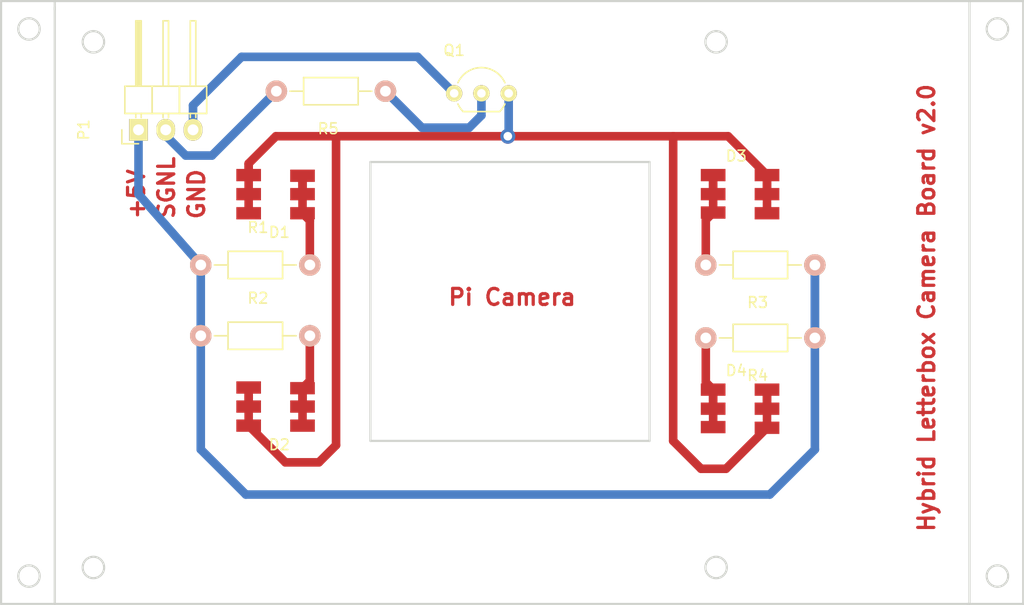
<source format=kicad_pcb>
(kicad_pcb (version 4) (host pcbnew 4.0.1-stable)

  (general
    (links 31)
    (no_connects 1)
    (area 87.899999 60.099999 183.300001 116.500001)
    (thickness 1.6)
    (drawings 49)
    (tracks 65)
    (zones 0)
    (modules 12)
    (nets 10)
  )

  (page A4)
  (layers
    (0 F.Cu signal)
    (31 B.Cu signal)
    (32 B.Adhes user)
    (33 F.Adhes user)
    (34 B.Paste user)
    (35 F.Paste user)
    (36 B.SilkS user)
    (37 F.SilkS user)
    (38 B.Mask user)
    (39 F.Mask user)
    (40 Dwgs.User user hide)
    (41 Cmts.User user)
    (42 Eco1.User user hide)
    (43 Eco2.User user)
    (44 Edge.Cuts user)
    (45 Margin user)
    (46 B.CrtYd user)
    (47 F.CrtYd user)
    (48 B.Fab user)
    (49 F.Fab user)
  )

  (setup
    (last_trace_width 0.8)
    (trace_clearance 0.8)
    (zone_clearance 0.508)
    (zone_45_only yes)
    (trace_min 0.8)
    (segment_width 0.2)
    (edge_width 0.2)
    (via_size 1.4)
    (via_drill 0.8)
    (via_min_size 1.4)
    (via_min_drill 0.8)
    (uvia_size 1.4)
    (uvia_drill 0.8)
    (uvias_allowed no)
    (uvia_min_size 1.4)
    (uvia_min_drill 0.8)
    (pcb_text_width 0.3)
    (pcb_text_size 1.5 1.5)
    (mod_edge_width 0.15)
    (mod_text_size 1 1)
    (mod_text_width 0.15)
    (pad_size 1.5 1.5)
    (pad_drill 0.6)
    (pad_to_mask_clearance 0)
    (aux_axis_origin 0 0)
    (visible_elements FFFFFF7F)
    (pcbplotparams
      (layerselection 0x00000_80000001)
      (usegerberextensions false)
      (excludeedgelayer false)
      (linewidth 0.100000)
      (plotframeref false)
      (viasonmask false)
      (mode 1)
      (useauxorigin false)
      (hpglpennumber 1)
      (hpglpenspeed 20)
      (hpglpendiameter 15)
      (hpglpenoverlay 2)
      (psnegative false)
      (psa4output false)
      (plotreference true)
      (plotvalue true)
      (plotinvisibletext false)
      (padsonsilk false)
      (subtractmaskfromsilk false)
      (outputformat 4)
      (mirror false)
      (drillshape 0)
      (scaleselection 1)
      (outputdirectory plots/))
  )

  (net 0 "")
  (net 1 "Net-(D1-Pad1)")
  (net 2 "Net-(D1-Pad4)")
  (net 3 "Net-(D2-Pad4)")
  (net 4 "Net-(D3-Pad4)")
  (net 5 "Net-(D4-Pad4)")
  (net 6 +5V)
  (net 7 /SGNL)
  (net 8 GND)
  (net 9 "Net-(Q1-Pad2)")

  (net_class Default "This is the default net class."
    (clearance 0.8)
    (trace_width 0.8)
    (via_dia 1.4)
    (via_drill 0.8)
    (uvia_dia 1.4)
    (uvia_drill 0.8)
    (add_net +5V)
    (add_net /SGNL)
    (add_net GND)
    (add_net "Net-(D1-Pad1)")
    (add_net "Net-(D1-Pad4)")
    (add_net "Net-(D2-Pad4)")
    (add_net "Net-(D3-Pad4)")
    (add_net "Net-(D4-Pad4)")
    (add_net "Net-(Q1-Pad2)")
  )

  (module pi_bmp_footprint:pi (layer F.Cu) (tedit 0) (tstamp 56E80640)
    (at 135.4 88.2)
    (fp_text reference G*** (at 0 0) (layer F.SilkS) hide
      (effects (font (thickness 0.3)))
    )
    (fp_text value LOGO (at 0.75 0) (layer F.SilkS) hide
      (effects (font (thickness 0.3)))
    )
    (fp_poly (pts (xy 0.982174 -27.863706) (xy 42.653073 -27.847036) (xy 42.677478 -0.525849) (xy 42.68165 4.507943)
      (xy 42.68378 8.883689) (xy 42.6827 12.648899) (xy 42.677241 15.851081) (xy 42.666236 18.537745)
      (xy 42.648518 20.756401) (xy 42.622919 22.554557) (xy 42.58827 23.979722) (xy 42.543406 25.079407)
      (xy 42.487157 25.90112) (xy 42.418356 26.492371) (xy 42.335835 26.900668) (xy 42.238428 27.173522)
      (xy 42.124965 27.358441) (xy 41.99428 27.502934) (xy 41.988442 27.50878) (xy 41.186659 28.032922)
      (xy 40.48125 28.194371) (xy 40.019373 28.120507) (xy 40.216667 27.971949) (xy 40.942582 27.565494)
      (xy 41.613013 26.990165) (xy 41.969604 26.475672) (xy 41.980555 26.403657) (xy 41.642935 26.325115)
      (xy 40.690667 26.254325) (xy 39.214643 26.194131) (xy 37.305754 26.147377) (xy 35.054893 26.116909)
      (xy 32.552949 26.105571) (xy 32.455555 26.105555) (xy 22.930555 26.105555) (xy 22.930555 23.872683)
      (xy 22.911769 22.659014) (xy 22.817412 21.992332) (xy 22.590488 21.714316) (xy 22.174001 21.666643)
      (xy 22.136805 21.667822) (xy 21.518852 21.444326) (xy 21.284202 20.892545) (xy 21.432421 20.27627)
      (xy 21.963072 19.859291) (xy 22.139861 19.819214) (xy 22.7808 19.522814) (xy 22.88471 19.06087)
      (xy 22.436338 18.687454) (xy 22.211026 18.633564) (xy 21.585527 18.367183) (xy 21.590406 17.971918)
      (xy 22.213107 17.609478) (xy 22.292374 17.585859) (xy 22.360184 17.476897) (xy 21.830491 17.386705)
      (xy 20.811339 17.330176) (xy 20.372916 17.321276) (xy 18.994213 17.318634) (xy 18.176358 17.378195)
      (xy 17.775154 17.535316) (xy 17.646405 17.825354) (xy 17.638889 17.991667) (xy 17.472573 18.508111)
      (xy 16.853752 18.689943) (xy 16.580555 18.697222) (xy 15.805888 18.586345) (xy 15.53314 18.173798)
      (xy 15.522222 17.991667) (xy 15.409571 17.554546) (xy 16.028006 17.554546) (xy 16.374768 17.611038)
      (xy 16.832326 17.546178) (xy 16.837789 17.425752) (xy 16.365635 17.341538) (xy 16.161632 17.397901)
      (xy 16.028006 17.554546) (xy 15.409571 17.554546) (xy 15.374488 17.418414) (xy 15.169444 17.286111)
      (xy 23.636111 17.286111) (xy 23.636111 25.4) (xy 42.333333 25.4) (xy 42.333333 17.286111)
      (xy 23.636111 17.286111) (xy 15.169444 17.286111) (xy 15.0273 17.628947) (xy 14.918768 18.618958)
      (xy 14.847574 20.198393) (xy 14.817442 22.309506) (xy 14.816666 22.754167) (xy 14.793043 25.113561)
      (xy 14.722993 26.823498) (xy 14.607749 27.865773) (xy 14.448542 28.222183) (xy 14.446638 28.222222)
      (xy 14.28965 27.871714) (xy 14.193713 26.819841) (xy 14.158801 25.066076) (xy 14.182055 22.753659)
      (xy 14.2875 17.285096) (xy 11.200694 17.285603) (xy 8.113889 17.286111) (xy 8.113889 22.754167)
      (xy 8.09177 24.957397) (xy 8.027899 26.639645) (xy 7.926 27.743161) (xy 7.789799 28.210197)
      (xy 7.761111 28.222222) (xy 7.619066 27.879703) (xy 7.506197 26.892287) (xy 7.426629 25.320192)
      (xy 7.384486 23.22363) (xy 7.380482 22.665972) (xy 7.360603 20.817422) (xy 7.323587 19.284698)
      (xy 7.273726 18.174528) (xy 7.215315 17.593638) (xy 7.174695 17.550694) (xy 6.791655 17.9125)
      (xy 6.284052 17.965743) (xy 5.999945 17.684355) (xy 5.997222 17.638889) (xy 5.793989 17.295126)
      (xy 5.732639 17.285301) (xy 5.626625 17.610677) (xy 5.567119 18.481642) (xy 5.561978 19.73929)
      (xy 5.579341 20.384728) (xy 5.616363 21.910863) (xy 5.576116 22.902231) (xy 5.430842 23.527881)
      (xy 5.152781 23.956863) (xy 4.96198 24.14438) (xy 4.467354 24.828797) (xy 4.255645 25.844818)
      (xy 4.233333 26.532339) (xy 4.233333 28.26088) (xy 2.557639 28.153357) (xy 0.881944 28.045833)
      (xy 0.881944 26.487731) (xy 1.411111 26.487731) (xy 1.520836 27.46195) (xy 1.77448 27.796327)
      (xy 2.058749 27.50802) (xy 2.260349 26.614187) (xy 2.281289 26.355944) (xy 2.236547 25.398626)
      (xy 1.935935 25.050636) (xy 1.885928 25.047222) (xy 1.541695 25.364772) (xy 1.41251 26.332169)
      (xy 1.411111 26.487731) (xy 0.881944 26.487731) (xy 0.881944 16.756944) (xy 1.561443 16.756944)
      (xy 1.565743 18.756333) (xy 1.578085 20.26031) (xy 1.597217 21.224511) (xy 1.621883 21.604569)
      (xy 1.650831 21.35612) (xy 1.67416 20.745247) (xy 1.712503 18.665463) (xy 1.719968 16.269689)
      (xy 1.696531 13.946811) (xy 1.674645 12.984136) (xy 1.643525 12.186012) (xy 1.615657 12.051821)
      (xy 1.592291 12.539942) (xy 1.574676 13.608755) (xy 1.56406 15.21664) (xy 1.561443 16.756944)
      (xy 0.881944 16.756944) (xy 0.881944 7.231944) (xy 1.411111 7.231944) (xy 1.52586 8.145166)
      (xy 1.892083 8.464435) (xy 1.940278 8.466667) (xy 2.177601 8.577769) (xy 2.333685 8.985762)
      (xy 2.423874 9.802675) (xy 2.463514 11.140539) (xy 2.469444 12.329693) (xy 2.487672 14.100547)
      (xy 2.553085 15.288292) (xy 2.68178 16.01469) (xy 2.889852 16.401501) (xy 3.020902 16.50133)
      (xy 3.39061 16.796831) (xy 3.178829 17.132539) (xy 3.020902 17.267611) (xy 2.566246 17.955245)
      (xy 2.49008 18.742765) (xy 2.688722 19.151685) (xy 2.77184 19.573084) (xy 2.828831 20.546929)
      (xy 2.853862 21.920405) (xy 2.845938 23.270092) (xy 2.842248 25.352134) (xy 2.912284 26.773791)
      (xy 3.061857 27.576957) (xy 3.296777 27.803524) (xy 3.460538 27.701499) (xy 3.577363 27.240347)
      (xy 3.592307 26.375002) (xy 3.579985 26.164767) (xy 3.660161 25.022654) (xy 4.161386 24.231563)
      (xy 4.211717 24.18484) (xy 4.46714 23.914608) (xy 4.654666 23.564622) (xy 4.784727 23.03088)
      (xy 4.86775 22.209377) (xy 4.914165 20.996112) (xy 4.934401 19.28708) (xy 4.938888 16.978279)
      (xy 4.938889 16.933333) (xy 4.934213 14.610088) (xy 4.919681 13.405556) (xy 5.997222 13.405556)
      (xy 6.307342 13.638731) (xy 7.069903 13.755286) (xy 7.231944 13.758333) (xy 8.048059 13.669728)
      (xy 8.456002 13.451853) (xy 8.466667 13.405556) (xy 8.156547 13.17238) (xy 7.393985 13.055825)
      (xy 7.231944 13.052778) (xy 6.41583 13.141383) (xy 6.007886 13.359258) (xy 5.997222 13.405556)
      (xy 4.919681 13.405556) (xy 4.913446 12.888759) (xy 4.866479 11.665734) (xy 4.783204 10.8374)
      (xy 4.653512 10.300143) (xy 4.467294 9.950351) (xy 4.233333 9.701389) (xy 3.702087 8.879558)
      (xy 3.528176 7.61161) (xy 3.527778 7.530046) (xy 3.494121 6.575608) (xy 3.303546 6.1317)
      (xy 2.821646 6.003657) (xy 2.469444 5.997222) (xy 1.758391 6.066053) (xy 1.466746 6.415179)
      (xy 1.411111 7.231944) (xy 0.881944 7.231944) (xy 0.881944 5.468055) (xy 2.557639 5.360532)
      (xy 4.233333 5.253008) (xy 4.233333 6.98155) (xy 4.331116 8.23752) (xy 4.674451 9.051755)
      (xy 4.973771 9.380179) (xy 5.461464 10.001118) (xy 5.585943 10.807547) (xy 5.52602 11.463327)
      (xy 5.445701 12.287904) (xy 5.522431 12.481482) (xy 5.696004 12.239466) (xy 6.085747 11.817111)
      (xy 6.550373 12.01435) (xy 7.273128 12.251167) (xy 7.327927 12.242345) (xy 9.745266 12.242345)
      (xy 10.230555 12.29152) (xy 10.674782 12.242345) (xy 13.978599 12.242345) (xy 14.463889 12.29152)
      (xy 14.964703 12.236081) (xy 14.904861 12.113584) (xy 14.182603 12.06699) (xy 14.022916 12.113584)
      (xy 13.978599 12.242345) (xy 10.674782 12.242345) (xy 10.731369 12.236081) (xy 10.671528 12.113584)
      (xy 9.949269 12.06699) (xy 9.789583 12.113584) (xy 9.745266 12.242345) (xy 7.327927 12.242345)
      (xy 7.668424 12.187529) (xy 8.222781 12.038527) (xy 8.371678 12.059867) (xy 8.603753 11.890302)
      (xy 9.034209 11.341155) (xy 9.502324 10.807362) (xy 9.835182 10.849542) (xy 9.949804 10.988377)
      (xy 10.269185 11.279898) (xy 10.468108 11.009581) (xy 10.747492 10.737791) (xy 11.146806 10.964583)
      (xy 11.557656 11.187272) (xy 11.641666 10.979307) (xy 11.936712 10.657756) (xy 12.347222 10.583333)
      (xy 12.92039 10.736205) (xy 13.052778 10.948523) (xy 13.294685 11.133247) (xy 13.670139 10.998211)
      (xy 14.406766 10.786822) (xy 15.475418 10.651306) (xy 15.786805 10.63556) (xy 17.286111 10.588412)
      (xy 17.286111 12.173373) (xy 17.269911 13.037077) (xy 17.12218 13.516641) (xy 16.694217 13.685734)
      (xy 15.837324 13.618021) (xy 14.728472 13.440454) (xy 13.75953 13.335994) (xy 13.154398 13.376651)
      (xy 13.052778 13.461483) (xy 12.756831 13.702813) (xy 12.347222 13.758333) (xy 11.773598 13.635971)
      (xy 11.641666 13.466654) (xy 11.339396 13.310501) (xy 10.605635 13.327486) (xy 10.54425 13.336041)
      (xy 9.554354 13.301905) (xy 9.106281 13.01036) (xy 8.858641 12.71787) (xy 8.905852 13.044818)
      (xy 8.907987 13.052778) (xy 9.32813 13.483573) (xy 9.993178 13.693571) (xy 10.722712 13.959129)
      (xy 10.927289 14.376427) (xy 10.595063 14.727314) (xy 10.054166 14.816667) (xy 9.391435 14.681247)
      (xy 9.172222 14.420693) (xy 9.03361 14.205282) (xy 8.698791 14.417632) (xy 8.184384 14.641421)
      (xy 7.993235 14.578421) (xy 7.779593 14.615854) (xy 7.761111 14.75787) (xy 7.476356 15.122611)
      (xy 7.231944 15.169444) (xy 6.762042 15.010237) (xy 6.702778 14.875463) (xy 6.416205 14.614406)
      (xy 6.173611 14.581481) (xy 5.75177 14.894136) (xy 5.644444 15.581018) (xy 5.753134 16.309924)
      (xy 6.204853 16.564017) (xy 6.526389 16.580556) (xy 7.235716 16.396553) (xy 7.247965 16.372058)
      (xy 8.999635 16.372058) (xy 9.196542 16.414464) (xy 9.979718 16.442563) (xy 11.1125 16.45171)
      (xy 12.38681 16.441264) (xy 13.150064 16.411659) (xy 13.334311 16.367632) (xy 12.976409 16.321733)
      (xy 11.570278 16.268574) (xy 9.999841 16.290437) (xy 9.448631 16.320063) (xy 8.999635 16.372058)
      (xy 7.247965 16.372058) (xy 7.408333 16.051389) (xy 7.521894 15.809742) (xy 7.938509 15.652544)
      (xy 8.772075 15.563524) (xy 10.13649 15.52641) (xy 11.1125 15.522222) (xy 12.804025 15.538445)
      (xy 13.904411 15.597962) (xy 14.527552 15.717042) (xy 14.787348 15.911959) (xy 14.816666 16.051389)
      (xy 15.007156 16.520855) (xy 15.169444 16.580556) (xy 15.434636 16.278655) (xy 15.442318 16.227778)
      (xy 16.051389 16.227778) (xy 16.131363 16.529791) (xy 16.383347 16.580556) (xy 16.866022 16.39637)
      (xy 16.933333 16.227778) (xy 16.680135 15.885098) (xy 16.601375 15.875) (xy 16.123595 16.131433)
      (xy 16.051389 16.227778) (xy 15.442318 16.227778) (xy 15.522222 15.698611) (xy 15.636128 15.06831)
      (xy 16.120328 14.837729) (xy 16.580555 14.816667) (xy 17.336917 14.911588) (xy 17.613614 15.315088)
      (xy 17.638889 15.698611) (xy 17.688442 16.201412) (xy 17.951548 16.464588) (xy 18.599878 16.565226)
      (xy 19.602939 16.580556) (xy 20.714145 16.558296) (xy 21.268494 16.451438) (xy 21.414261 16.19986)
      (xy 21.381718 16.051389) (xy 22.577778 16.051389) (xy 22.754166 16.227778) (xy 22.930555 16.051389)
      (xy 22.754166 15.875) (xy 22.577778 16.051389) (xy 21.381718 16.051389) (xy 21.343055 15.875)
      (xy 21.299894 15.352715) (xy 21.746819 15.177768) (xy 22.024838 15.169444) (xy 22.699271 15.062547)
      (xy 22.930555 14.849694) (xy 22.651598 14.662794) (xy 22.264814 14.704038) (xy 21.595609 14.660513)
      (xy 21.337673 14.45518) (xy 21.350612 13.97) (xy 21.799823 13.600031) (xy 22.421904 13.551389)
      (xy 22.471768 13.567742) (xy 22.765443 13.370975) (xy 22.950558 12.50902) (xy 23.000935 11.888342)
      (xy 23.07636 10.583333) (xy 23.636111 10.583333) (xy 23.636111 16.580556) (xy 42.333333 16.580556)
      (xy 42.333333 10.583333) (xy 23.636111 10.583333) (xy 23.07636 10.583333) (xy 23.106944 10.054167)
      (xy 32.720139 9.960302) (xy 42.333333 9.866438) (xy 42.333333 6.35) (xy 34.836805 6.344598)
      (xy 32.588427 6.330065) (xy 30.566916 6.292514) (xy 28.883064 6.235996) (xy 27.647664 6.164558)
      (xy 26.971508 6.08225) (xy 26.891292 6.054242) (xy 26.727522 5.776807) (xy 26.612785 5.134079)
      (xy 26.543199 4.049464) (xy 26.514884 2.44637) (xy 26.523958 0.248202) (xy 26.538514 -0.907717)
      (xy 26.627097 -7.055556) (xy 27.163889 -7.055556) (xy 27.163889 5.644444) (xy 42.333333 5.644444)
      (xy 42.333333 -7.055556) (xy 27.163889 -7.055556) (xy 26.627097 -7.055556) (xy 26.634722 -7.584722)
      (xy 34.484028 -7.679666) (xy 42.333333 -7.77461) (xy 42.333333 -11.994445) (xy 34.388216 -11.994444)
      (xy 26.443098 -11.994444) (xy 26.53891 -18.785417) (xy 26.627256 -25.047222) (xy 27.163889 -25.047222)
      (xy 27.163889 -18.932407) (xy 27.176837 -16.92301) (xy 27.212735 -15.163706) (xy 27.267165 -13.773821)
      (xy 27.335705 -12.872681) (xy 27.399074 -12.582407) (xy 27.807287 -12.512059) (xy 28.813105 -12.45011)
      (xy 30.308595 -12.399907) (xy 32.185825 -12.364798) (xy 34.336862 -12.34813) (xy 34.983796 -12.347222)
      (xy 42.333333 -12.347222) (xy 42.333333 -25.047222) (xy 27.163889 -25.047222) (xy 26.627256 -25.047222)
      (xy 26.634722 -25.576389) (xy 34.295275 -25.752778) (xy 37.028248 -25.828114) (xy 39.096007 -25.914376)
      (xy 40.53885 -26.014636) (xy 41.397075 -26.131964) (xy 41.710979 -26.269432) (xy 41.703608 -26.317327)
      (xy 41.419817 -26.659803) (xy 41.011247 -26.930968) (xy 40.39971 -27.138949) (xy 39.507017 -27.291873)
      (xy 38.25498 -27.39787) (xy 36.56541 -27.465065) (xy 34.36012 -27.501587) (xy 31.560921 -27.515564)
      (xy 30.16602 -27.516667) (xy 20.421767 -27.516667) (xy 21.40356 -26.672164) (xy 22.084983 -25.907835)
      (xy 22.356991 -24.991335) (xy 22.385353 -24.343006) (xy 22.283242 -23.270042) (xy 21.867622 -22.473297)
      (xy 21.198413 -21.797821) (xy 20.324362 -21.122516) (xy 19.567667 -20.881989) (xy 18.736987 -20.940069)
      (xy 17.499205 -21.396362) (xy 16.66875 -22.056373) (xy 16.138281 -22.630211) (xy 15.918904 -22.690065)
      (xy 15.875023 -22.268102) (xy 15.875 -22.244672) (xy 15.867022 -22.107364) (xy 15.811303 -21.988582)
      (xy 15.660166 -21.886985) (xy 15.365934 -21.801229) (xy 14.88093 -21.729971) (xy 14.157476 -21.671869)
      (xy 13.147897 -21.625581) (xy 11.804515 -21.589764) (xy 10.079653 -21.563075) (xy 7.925633 -21.544171)
      (xy 5.294779 -21.53171) (xy 2.139415 -21.52435) (xy -1.588139 -21.520747) (xy -5.935557 -21.519558)
      (xy -9.877778 -21.519444) (xy -35.630556 -21.519444) (xy -35.630556 -23.087546) (xy -36.197469 -22.278164)
      (xy -36.902455 -21.549179) (xy -37.520386 -21.163697) (xy -37.988388 -20.933674) (xy -37.810762 -20.8447)
      (xy -37.659028 -20.83625) (xy -37.347144 -20.810093) (xy -37.14588 -20.671403) (xy -37.026105 -20.288894)
      (xy -36.958684 -19.53128) (xy -36.914484 -18.267277) (xy -36.891268 -17.376428) (xy -36.878446 -16.032028)
      (xy -36.950008 -15.230319) (xy -37.141744 -14.810111) (xy -37.489442 -14.610215) (xy -37.506702 -14.604649)
      (xy -38.054211 -14.546192) (xy -38.401199 -14.850441) (xy -38.576896 -15.610762) (xy -38.579907 -15.728009)
      (xy -38.072149 -15.728009) (xy -38.007289 -15.270451) (xy -37.886864 -15.264988) (xy -37.802649 -15.737143)
      (xy -37.859013 -15.941146) (xy -38.015657 -16.074771) (xy -38.072149 -15.728009) (xy -38.579907 -15.728009)
      (xy -38.610533 -16.92052) (xy -38.574418 -18.014978) (xy -38.549853 -18.697222) (xy -38.1 -18.697222)
      (xy -37.970924 -18.406846) (xy -37.864815 -18.462037) (xy -37.822594 -18.880702) (xy -37.864815 -18.932407)
      (xy -38.074541 -18.883982) (xy -38.1 -18.697222) (xy -38.549853 -18.697222) (xy -38.524211 -19.409336)
      (xy -38.548502 -20.242834) (xy -38.678502 -20.658836) (xy -38.945417 -20.800708) (xy -39.183689 -20.813889)
      (xy -39.891716 -21.052974) (xy -40.73757 -21.64699) (xy -40.949359 -21.845086) (xy -41.980556 -22.876282)
      (xy -41.980556 -21.845086) (xy -41.8631 -21.082638) (xy -41.430094 -20.821594) (xy -41.275 -20.813889)
      (xy -40.766169 -20.65512) (xy -40.580081 -20.056709) (xy -40.569445 -19.714411) (xy -40.640619 -18.96385)
      (xy -40.939543 -18.745647) (xy -41.275 -18.799439) (xy -41.810623 -18.798064) (xy -41.977485 -18.290589)
      (xy -41.980556 -18.135029) (xy -41.80142 -17.460381) (xy -41.275 -17.286111) (xy -40.758555 -17.119796)
      (xy -40.576723 -16.500974) (xy -40.569445 -16.227778) (xy -40.680322 -15.453111) (xy -41.092869 -15.180363)
      (xy -41.275 -15.169444) (xy -41.507234 -15.143164) (xy -41.681994 -15.005849) (xy -41.807439 -14.66979)
      (xy -41.891729 -14.047275) (xy -41.943023 -13.050595) (xy -41.96948 -11.592038) (xy -41.979258 -9.583896)
      (xy -41.980556 -7.584722) (xy -41.971085 -4.955884) (xy -41.940026 -2.964073) (xy -41.883408 -1.540982)
      (xy -41.797259 -0.618302) (xy -41.677609 -0.127726) (xy -41.539583 0.00081) (xy -41.324025 -0.195601)
      (xy -41.208409 -0.847273) (xy -41.183338 -2.046389) (xy -41.212662 -3.206036) (xy -41.247174 -4.803786)
      (xy -41.199391 -5.863205) (xy -41.047324 -6.548932) (xy -40.768983 -7.02561) (xy -40.690355 -7.116859)
      (xy -40.204029 -8.113662) (xy -40.16122 -8.842236) (xy -40.180274 -10.136689) (xy -39.840454 -10.895548)
      (xy -39.050212 -11.236171) (xy -38.252616 -11.288889) (xy -37.165171 -11.193649) (xy -36.676135 -10.921844)
      (xy -36.656768 -10.847917) (xy -36.623518 -9.978968) (xy -36.606271 -8.588024) (xy -36.603421 -6.777922)
      (xy -36.61336 -4.651497) (xy -36.634481 -2.311585) (xy -36.665177 0.138976) (xy -36.703842 2.597352)
      (xy -36.748867 4.960706) (xy -36.798647 7.126201) (xy -36.851574 8.991002) (xy -36.906041 10.452272)
      (xy -36.960441 11.407175) (xy -37.00992 11.751031) (xy -37.534105 11.921453) (xy -38.412568 11.939155)
      (xy -38.496114 11.931947) (xy -39.19665 11.828032) (xy -39.562713 11.563089) (xy -39.722808 10.946167)
      (xy -39.79277 10.005195) (xy -40.016808 8.548063) (xy -40.507431 7.646037) (xy -40.58652 7.569269)
      (xy -40.926735 7.158218) (xy -41.134608 6.569313) (xy -41.240357 5.638255) (xy -41.2742 4.200747)
      (xy -41.275 3.825879) (xy -41.312605 2.323294) (xy -41.416501 1.253821) (xy -41.573313 0.735766)
      (xy -41.627778 0.705555) (xy -41.735854 1.054652) (xy -41.825089 2.087684) (xy -41.894813 3.783267)
      (xy -41.944357 6.120015) (xy -41.973052 9.076543) (xy -41.980556 11.978409) (xy -41.980556 23.251263)
      (xy -41.114647 22.385353) (xy -40.28929 21.783225) (xy -39.474868 21.509521) (xy -39.438952 21.508225)
      (xy -38.883495 21.459516) (xy -38.975987 21.243251) (xy -39.246528 21.028362) (xy -39.726579 20.276234)
      (xy -39.765139 19.967601) (xy -39.114139 19.967601) (xy -38.769799 20.58052) (xy -37.968835 20.767416)
      (xy -37.485474 20.747159) (xy -36.636056 20.633789) (xy -36.258989 20.337269) (xy -36.162615 19.637747)
      (xy -36.159722 19.226389) (xy -36.193668 18.323162) (xy -36.431291 17.921815) (xy -37.076266 17.818671)
      (xy -37.570833 17.815278) (xy -38.486789 17.865868) (xy -38.917814 18.113158) (xy -39.082509 18.700425)
      (xy -39.096447 18.815217) (xy -39.114139 19.967601) (xy -39.765139 19.967601) (xy -39.858713 19.218665)
      (xy -39.645359 18.162639) (xy -39.21875 17.517176) (xy -38.250521 17.036037) (xy -37.104979 16.987327)
      (xy -36.102679 17.365192) (xy -35.861621 17.578472) (xy -35.35051 18.56508) (xy -35.332951 19.658754)
      (xy -35.736503 20.652688) (xy -36.488725 21.340074) (xy -37.245834 21.530172) (xy -37.709753 21.566286)
      (xy -37.56973 21.737867) (xy -37.218056 21.945535) (xy -36.490764 22.472052) (xy -36.159722 22.809245)
      (xy -35.68098 23.044567) (xy -34.626251 23.2147) (xy -32.945276 23.325964) (xy -31.75 23.36402)
      (xy -27.693056 23.459722) (xy -27.588743 25.840972) (xy -27.580856 27.20578) (xy -27.692146 28.021371)
      (xy -27.853326 28.222222) (xy -28.060254 27.895705) (xy -28.19063 27.017647) (xy -28.222222 26.105555)
      (xy -28.222222 23.988889) (xy -35.277778 23.988889) (xy -35.277778 26.105555) (xy -35.340161 27.379344)
      (xy -35.516242 28.096356) (xy -35.671682 28.222222) (xy -35.918221 27.928286) (xy -35.899224 27.351961)
      (xy -35.732863 26.4817) (xy -36.76711 27.351961) (xy -37.878812 27.962944) (xy -39.211172 28.243328)
      (xy -40.514335 28.181822) (xy -41.538445 27.767138) (xy -41.749491 27.577083) (xy -41.858988 27.410558)
      (xy -41.953994 27.138111) (xy -41.997243 26.912233) (xy -41.570911 26.912233) (xy -41.485076 27.109382)
      (xy -41.129867 27.488104) (xy -40.925656 27.410415) (xy -40.922222 27.361098) (xy -41.172793 27.062712)
      (xy -41.329507 26.953813) (xy -41.570911 26.912233) (xy -41.997243 26.912233) (xy -42.035524 26.71231)
      (xy -42.104592 26.085725) (xy -42.159441 25.253012) (xy -41.602196 25.253012) (xy -41.452918 25.803974)
      (xy -40.812006 26.600501) (xy -40.787821 26.624805) (xy -39.916508 27.237076) (xy -38.842505 27.373835)
      (xy -38.642415 27.361181) (xy -37.640128 27.164107) (xy -36.90403 26.817896) (xy -36.844413 26.765048)
      (xy -36.416801 26.066935) (xy -36.140025 25.213319) (xy -36.195532 24.016663) (xy -36.768064 23.06336)
      (xy -37.690113 22.425803) (xy -38.794175 22.176386) (xy -39.912742 22.387502) (xy -40.87831 23.131544)
      (xy -40.898424 23.156816) (xy -41.365855 23.908778) (xy -41.329015 24.43216) (xy -41.233611 24.567927)
      (xy -41.016692 24.966688) (xy -41.231804 25.047222) (xy -41.602196 25.253012) (xy -42.159441 25.253012)
      (xy -42.162214 25.210926) (xy -42.209405 24.04048) (xy -42.24718 22.526959) (xy -42.276555 20.622931)
      (xy -42.298544 18.280964) (xy -42.314162 15.453629) (xy -42.324425 12.093495) (xy -42.330349 8.153131)
      (xy -42.332947 3.585106) (xy -42.333319 0.414074) (xy -40.569445 0.414074) (xy -40.564683 2.725377)
      (xy -40.543565 4.435339) (xy -40.495839 5.64815) (xy -40.411252 6.467998) (xy -40.279553 6.999072)
      (xy -40.09049 7.345561) (xy -39.863889 7.584722) (xy -39.339121 8.38778) (xy -39.159688 9.626447)
      (xy -39.158333 9.779497) (xy -39.1281 10.738842) (xy -38.957509 11.171376) (xy -38.526725 11.255544)
      (xy -38.188195 11.224127) (xy -37.490739 11.020323) (xy -37.182017 10.473677) (xy -37.107329 9.963547)
      (xy -37.168402 9.0072) (xy -37.548301 8.602887) (xy -37.805048 8.381701) (xy -37.970348 7.872703)
      (xy -38.061921 6.952734) (xy -38.097485 5.498631) (xy -38.1 4.767952) (xy -38.123554 3.01858)
      (xy -38.205721 1.845827) (xy -38.36376 1.12197) (xy -38.614932 0.719286) (xy -38.651458 0.687055)
      (xy -39.021166 0.291623) (xy -38.933527 0.176389) (xy -37.244113 0.176389) (xy -37.239813 2.175777)
      (xy -37.22747 3.679755) (xy -37.208339 4.643955) (xy -37.183672 5.024014) (xy -37.154725 4.775564)
      (xy -37.131395 4.164691) (xy -37.093053 2.084908) (xy -37.085588 -0.310867) (xy -37.109024 -2.633744)
      (xy -37.130911 -3.59642) (xy -37.162031 -4.394544) (xy -37.189899 -4.528735) (xy -37.213264 -4.040614)
      (xy -37.230879 -2.9718) (xy -37.241495 -1.363915) (xy -37.244113 0.176389) (xy -38.933527 0.176389)
      (xy -38.809385 0.013159) (xy -38.651458 -0.079226) (xy -38.394941 -0.354967) (xy -38.229263 -0.920596)
      (xy -38.137344 -1.900196) (xy -38.102105 -3.417848) (xy -38.1 -4.085546) (xy -38.080349 -5.812739)
      (xy -38.010773 -6.95267) (xy -37.875334 -7.622813) (xy -37.658098 -7.940643) (xy -37.570833 -7.986315)
      (xy -37.17121 -8.490924) (xy -37.041667 -9.386354) (xy -37.097542 -10.185313) (xy -37.408385 -10.515724)
      (xy -38.189022 -10.583142) (xy -38.292644 -10.583333) (xy -39.543621 -10.583333) (xy -39.462054 -9.007586)
      (xy -39.560067 -7.597245) (xy -39.974966 -6.774947) (xy -40.188401 -6.455062) (xy -40.344813 -5.96832)
      (xy -40.452637 -5.212725) (xy -40.520307 -4.086279) (xy -40.556258 -2.486988) (xy -40.568923 -0.312855)
      (xy -40.569445 0.414074) (xy -42.333319 0.414074) (xy -42.333333 0.298299) (xy -42.333333 -24.46081)
      (xy -41.427848 -24.46081) (xy -41.408934 -23.910497) (xy -40.980064 -22.625779) (xy -40.109176 -21.830195)
      (xy -38.916745 -21.586955) (xy -37.611277 -21.917984) (xy -36.682474 -22.686255) (xy -36.191283 -23.800335)
      (xy -36.250397 -24.991438) (xy -36.28343 -25.085049) (xy -36.852755 -26.07421) (xy -37.720905 -26.580057)
      (xy -38.895571 -26.719613) (xy -40.202831 -26.454046) (xy -41.074651 -25.670121) (xy -41.427848 -24.46081)
      (xy -42.333333 -24.46081) (xy -42.333333 -26.335345) (xy -41.511029 -27.10786) (xy -41.075874 -27.516667)
      (xy -37.369233 -27.516667) (xy -36.588089 -26.722917) (xy -36.01981 -26.22646) (xy -35.71406 -26.243202)
      (xy -35.59518 -26.458333) (xy -34.925 -26.458333) (xy -34.925 -22.225) (xy 15.169444 -22.225)
      (xy 15.169444 -24.870833) (xy 16.541768 -24.870833) (xy 16.616456 -23.508783) (xy 17.181127 -22.445847)
      (xy 18.088062 -21.764263) (xy 19.189538 -21.54627) (xy 20.337836 -21.874106) (xy 21.006313 -22.385354)
      (xy 21.707116 -23.487795) (xy 21.803065 -24.635076) (xy 21.364446 -25.66711) (xy 20.461545 -26.42381)
      (xy 19.164646 -26.745088) (xy 19.091423 -26.746841) (xy 17.737719 -26.513165) (xy 16.866902 -25.785001)
      (xy 16.541768 -24.870833) (xy 15.169444 -24.870833) (xy 15.169444 -26.458333) (xy -34.925 -26.458333)
      (xy -35.59518 -26.458333) (xy -35.454714 -26.600741) (xy -35.114121 -26.719308) (xy -34.507873 -26.817659)
      (xy -33.570447 -26.899419) (xy -32.236316 -26.968212) (xy -30.439956 -27.027663) (xy -28.115841 -27.081396)
      (xy -25.198447 -27.133037) (xy -22.718791 -27.170595) (xy -10.353811 -27.349358) (xy -9.701389 -27.349358)
      (xy 3.086805 -27.252223) (xy 15.875 -27.155088) (xy 15.885727 -26.365738) (xy 15.932091 -25.837865)
      (xy 16.115881 -25.963052) (xy 16.249745 -26.18251) (xy 16.866038 -26.890111) (xy 17.209156 -27.141922)
      (xy 17.07193 -27.240855) (xy 16.279429 -27.319298) (xy 14.822677 -27.377444) (xy 12.6927 -27.415483)
      (xy 9.880524 -27.433606) (xy 6.377172 -27.432005) (xy 4.056944 -27.422285) (xy -9.701389 -27.349358)
      (xy -10.353811 -27.349358) (xy -10.054167 -27.35369) (xy -23.7117 -27.435178) (xy -37.369233 -27.516667)
      (xy -41.075874 -27.516667) (xy -40.688724 -27.880375) (xy 0.982174 -27.863706)) (layer Eco1.User) (width 0.01))
    (fp_poly (pts (xy -16.422785 12.911608) (xy -15.928983 13.497686) (xy -15.870588 14.254881) (xy -15.983164 14.505992)
      (xy -16.157993 15.202965) (xy -15.898774 15.669965) (xy -15.650686 16.132237) (xy -15.831804 16.227778)
      (xy -16.182827 16.512806) (xy -16.227778 16.756944) (xy -16.140212 16.943664) (xy -15.818765 17.081647)
      (xy -15.175312 17.17785) (xy -14.121727 17.23923) (xy -12.569887 17.272744) (xy -10.431666 17.285351)
      (xy -9.525 17.286111) (xy -2.822222 17.286111) (xy -2.822222 22.754167) (xy -2.844341 24.957397)
      (xy -2.908212 26.639645) (xy -3.010112 27.743161) (xy -3.146312 28.210197) (xy -3.175 28.222222)
      (xy -3.320447 27.880295) (xy -3.430608 26.896563) (xy -3.501136 25.334095) (xy -3.527679 23.255963)
      (xy -3.527778 23.106944) (xy -3.527778 17.991667) (xy -17.286111 17.991667) (xy -17.286111 23.106944)
      (xy -17.309692 25.215919) (xy -17.377536 26.813264) (xy -17.485292 27.835909) (xy -17.628612 28.220783)
      (xy -17.638889 28.222222) (xy -17.78332 27.880009) (xy -17.892985 26.894295) (xy -17.963737 25.326473)
      (xy -17.991426 23.237932) (xy -17.991667 23.001111) (xy -17.96578 20.618516) (xy -17.886382 18.904918)
      (xy -17.75087 17.825598) (xy -17.568334 17.356667) (xy -17.359834 16.995528) (xy -17.520669 16.933333)
      (xy -17.735701 16.604215) (xy -17.80788 16.021991) (xy -16.905483 16.021991) (xy -16.840622 16.479549)
      (xy -16.720197 16.485012) (xy -16.635983 16.012857) (xy -16.692346 15.808854) (xy -16.848991 15.675229)
      (xy -16.905483 16.021991) (xy -17.80788 16.021991) (xy -17.847559 15.701927) (xy -17.855808 14.909583)
      (xy -17.801761 13.905324) (xy -16.905483 13.905324) (xy -16.840622 14.362882) (xy -16.720197 14.368345)
      (xy -16.635983 13.89619) (xy -16.692346 13.692187) (xy -16.848991 13.558562) (xy -16.905483 13.905324)
      (xy -17.801761 13.905324) (xy -17.791933 13.722723) (xy -17.625584 13.073777) (xy -17.303886 12.796852)
      (xy -17.171279 12.76192) (xy -16.422785 12.911608)) (layer Eco1.User) (width 0.01))
    (fp_poly (pts (xy 16.465032 27.738395) (xy 16.51294 27.842986) (xy 16.342647 28.164663) (xy 16.051389 28.222222)
      (xy 15.612332 28.043223) (xy 15.589838 27.842986) (xy 15.954039 27.47851) (xy 16.051389 27.46375)
      (xy 16.465032 27.738395)) (layer Eco1.User) (width 0.01))
    (fp_poly (pts (xy 18.219133 19.421694) (xy 18.796602 19.538929) (xy 19.015699 19.845214) (xy 19.05 20.417014)
      (xy 19.174474 21.173474) (xy 19.691638 21.539415) (xy 20.10813 21.642876) (xy 21.07281 22.142585)
      (xy 21.925141 23.090102) (xy 22.473327 24.232169) (xy 22.576459 24.90222) (xy 22.370966 25.627145)
      (xy 21.853484 26.569614) (xy 21.607639 26.917836) (xy 20.89824 27.733193) (xy 20.20485 28.106016)
      (xy 19.191852 28.205464) (xy 19.05 28.206955) (xy 17.999881 28.148743) (xy 17.334945 27.850516)
      (xy 16.739513 27.1535) (xy 16.624653 26.987098) (xy 15.966777 25.555683) (xy 15.933592 25.078035)
      (xy 16.497946 25.078035) (xy 16.875987 26.27894) (xy 17.286111 26.811111) (xy 18.341868 27.41691)
      (xy 19.563076 27.442126) (xy 20.728446 26.896297) (xy 21.006313 26.650758) (xy 21.733686 25.528076)
      (xy 21.761738 24.331898) (xy 21.141062 23.15452) (xy 20.160877 22.423553) (xy 18.943558 22.220159)
      (xy 17.742961 22.565222) (xy 17.346421 22.842361) (xy 16.65601 23.850118) (xy 16.497946 25.078035)
      (xy 15.933592 25.078035) (xy 15.868761 24.144912) (xy 16.305946 22.912546) (xy 17.253678 22.016348)
      (xy 17.414717 21.931976) (xy 17.789971 21.705681) (xy 17.636985 21.591515) (xy 16.874472 21.547128)
      (xy 16.66875 21.54332) (xy 15.727457 21.491581) (xy 15.294874 21.281894) (xy 15.174339 20.772308)
      (xy 15.169444 20.461111) (xy 16.227778 20.461111) (xy 16.529678 20.726303) (xy 17.109722 20.813889)
      (xy 17.772701 20.693129) (xy 17.991666 20.461111) (xy 17.689766 20.195919) (xy 17.109722 20.108333)
      (xy 16.446743 20.229093) (xy 16.227778 20.461111) (xy 15.169444 20.461111) (xy 15.202025 19.856079)
      (xy 15.415544 19.541164) (xy 15.983664 19.421639) (xy 17.080051 19.402779) (xy 17.109722 19.402778)
      (xy 18.219133 19.421694)) (layer Eco1.User) (width 0.01))
    (fp_poly (pts (xy 22.537977 27.449624) (xy 22.577778 27.693055) (xy 22.387288 28.162521) (xy 22.225 28.222222)
      (xy 21.912023 27.936487) (xy 21.872222 27.693055) (xy 22.062712 27.22359) (xy 22.225 27.163889)
      (xy 22.537977 27.449624)) (layer Eco1.User) (width 0.01))
    (fp_poly (pts (xy -18.73884 21.092601) (xy -18.708917 21.714974) (xy -18.862645 22.360366) (xy -19.138195 22.696918)
      (xy -19.398161 22.856308) (xy -19.138195 22.902705) (xy -18.776435 23.221683) (xy -18.697222 23.619386)
      (xy -18.773543 24.001672) (xy -19.109917 24.200191) (xy -19.867463 24.26291) (xy -20.813889 24.249548)
      (xy -21.930497 24.17658) (xy -22.697498 24.046108) (xy -22.930556 23.913496) (xy -23.217338 23.66712)
      (xy -23.459722 23.636111) (xy -23.886253 23.330994) (xy -23.988889 22.782197) (xy -23.956226 22.656989)
      (xy -22.579017 22.656989) (xy -22.342593 23.048148) (xy -21.773594 23.282118) (xy -21.006589 23.2767)
      (xy -20.349987 23.072474) (xy -20.108333 22.754167) (xy -20.376082 22.362786) (xy -21.230602 22.225957)
      (xy -21.343056 22.225) (xy -22.282995 22.335969) (xy -22.579017 22.656989) (xy -23.956226 22.656989)
      (xy -23.813815 22.111099) (xy -23.164929 21.75351) (xy -22.934601 21.696722) (xy -22.124951 21.43645)
      (xy -21.683524 21.14675) (xy -21.272583 21.055511) (xy -20.806339 21.253252) (xy -20.161227 21.500607)
      (xy -19.693805 21.246027) (xy -19.172773 20.869337) (xy -18.979445 20.813889) (xy -18.73884 21.092601)) (layer Eco1.User) (width 0.01))
    (fp_poly (pts (xy -0.685227 21.563828) (xy -0.469617 22.313194) (xy -0.517429 23.020957) (xy -0.936893 23.266151)
      (xy -1.279291 23.283333) (xy -1.909323 23.178428) (xy -2.08091 22.718664) (xy -2.051905 22.313194)
      (xy -1.792783 21.55445) (xy -1.242231 21.343056) (xy -0.685227 21.563828)) (layer Eco1.User) (width 0.01))
    (fp_poly (pts (xy -31.02828 20.840043) (xy -30.865135 21.414105) (xy -30.912153 21.590795) (xy -31.377361 21.867566)
      (xy -31.898943 21.741972) (xy -32.102778 21.363875) (xy -31.888473 20.76853) (xy -31.428047 20.568995)
      (xy -31.02828 20.840043)) (layer Eco1.User) (width 0.01))
    (fp_poly (pts (xy -28.598239 17.791698) (xy -28.427464 17.853021) (xy -27.946431 18.287761) (xy -27.943244 18.834228)
      (xy -28.310417 19.139621) (xy -28.548493 19.384948) (xy -28.249638 19.895606) (xy -28.235539 19.91275)
      (xy -27.91697 20.441799) (xy -28.155252 20.845473) (xy -28.391159 21.028453) (xy -29.333432 21.467336)
      (xy -30.12543 21.397987) (xy -30.58274 20.838404) (xy -30.58945 20.813889) (xy -30.868679 20.241991)
      (xy -31.08559 20.108333) (xy -31.362248 19.821997) (xy -31.397222 19.579167) (xy -31.325651 19.402778)
      (xy -29.986111 19.402778) (xy -29.883927 20.145868) (xy -29.637722 20.46103) (xy -29.633333 20.461111)
      (xy -29.385637 20.154558) (xy -29.280583 19.415945) (xy -29.280556 19.402778) (xy -29.38274 18.659687)
      (xy -29.628945 18.344526) (xy -29.633333 18.344444) (xy -29.88103 18.650997) (xy -29.986084 19.389611)
      (xy -29.986111 19.402778) (xy -31.325651 19.402778) (xy -31.206732 19.109701) (xy -31.044445 19.05)
      (xy -30.757818 18.754531) (xy -30.691667 18.344444) (xy -30.401446 17.809029) (xy -29.646019 17.612274)
      (xy -28.598239 17.791698)) (layer Eco1.User) (width 0.01))
    (fp_poly (pts (xy -23.381549 17.932998) (xy -23.283333 18.344444) (xy -23.503915 18.919045) (xy -23.8125 19.05)
      (xy -24.282255 19.22044) (xy -24.341667 19.365034) (xy -24.060922 19.750686) (xy -23.8125 19.883129)
      (xy -23.37673 20.361665) (xy -23.283333 20.802817) (xy -23.501323 21.386111) (xy -23.8125 21.519444)
      (xy -24.282534 21.370979) (xy -24.341667 21.245539) (xy -24.65223 21.103939) (xy -25.428432 21.082439)
      (xy -25.747609 21.105711) (xy -26.683264 21.137213) (xy -27.18204 20.917359) (xy -27.499694 20.329181)
      (xy -27.511176 20.299165) (xy -27.633025 19.35086) (xy -27.008672 19.35086) (xy -26.9875 19.402778)
      (xy -26.499991 19.678355) (xy -25.929167 19.755556) (xy -25.19045 19.622391) (xy -24.870833 19.402778)
      (xy -25.021094 19.163786) (xy -25.743192 19.053017) (xy -25.929167 19.05) (xy -26.74295 19.132356)
      (xy -27.008672 19.35086) (xy -27.633025 19.35086) (xy -27.656803 19.165814) (xy -27.229583 18.300025)
      (xy -26.322904 17.848426) (xy -25.929167 17.815278) (xy -25.091007 17.922858) (xy -24.611652 18.168056)
      (xy -24.380132 18.270235) (xy -24.347069 18.079861) (xy -24.057513 17.689061) (xy -23.8125 17.638889)
      (xy -23.381549 17.932998)) (layer Eco1.User) (width 0.01))
    (fp_poly (pts (xy -34.16924 17.700469) (xy -33.646099 17.8984) (xy -33.404415 18.425295) (xy -33.338037 19.226389)
      (xy -33.463233 20.460669) (xy -33.934737 21.081093) (xy -34.286819 21.161265) (xy -34.662774 20.91629)
      (xy -34.670648 20.902083) (xy -34.772628 20.41232) (xy -34.861125 19.499764) (xy -34.883719 19.11158)
      (xy -34.894395 18.16513) (xy -34.745988 17.745681) (xy -34.349876 17.678206) (xy -34.16924 17.700469)) (layer Eco1.User) (width 0.01))
    (fp_poly (pts (xy 6.959435 18.636849) (xy 7.055555 19.02918) (xy 6.889607 19.712804) (xy 6.509673 19.991837)
      (xy 6.222816 19.863557) (xy 5.99278 19.296359) (xy 6.101719 18.674147) (xy 6.479597 18.34739)
      (xy 6.526389 18.344444) (xy 6.959435 18.636849)) (layer Eco1.User) (width 0.01))
    (fp_poly (pts (xy -20.57746 12.508211) (xy -20.324203 12.900713) (xy -19.894248 13.283612) (xy -19.360473 13.215739)
      (xy -18.594874 13.236159) (xy -18.184727 13.731477) (xy -18.237475 14.341193) (xy -18.704046 14.653186)
      (xy -19.309163 14.58798) (xy -19.942918 14.512154) (xy -20.050287 14.780853) (xy -20.027246 14.855073)
      (xy -19.585029 15.214067) (xy -19.099307 15.261798) (xy -18.503331 15.330737) (xy -18.344445 15.526381)
      (xy -18.348617 16.116589) (xy -18.348991 16.139583) (xy -18.646332 16.389415) (xy -18.966352 16.454861)
      (xy -19.760977 16.521164) (xy -20.020139 16.543056) (xy -20.41239 16.864528) (xy -20.461111 17.109722)
      (xy -20.753142 17.544247) (xy -21.138637 17.638889) (xy -21.736109 17.348851) (xy -22.048611 16.580556)
      (xy -22.304597 15.839934) (xy -22.59945 15.522421) (xy -22.605808 15.522222) (xy -22.894051 15.23607)
      (xy -22.930556 14.993056) (xy -22.867836 14.816667) (xy -21.519445 14.816667) (xy -21.41726 15.559757)
      (xy -21.171056 15.874919) (xy -21.166667 15.875) (xy -20.91897 15.568447) (xy -20.813916 14.829834)
      (xy -20.813889 14.816667) (xy -20.916073 14.073576) (xy -21.162278 13.758415) (xy -21.166667 13.758333)
      (xy -21.414364 14.064886) (xy -21.519418 14.8035) (xy -21.519445 14.816667) (xy -22.867836 14.816667)
      (xy -22.763503 14.523255) (xy -22.621875 14.463889) (xy -22.344717 14.159125) (xy -22.105298 13.424171)
      (xy -22.101528 13.405556) (xy -21.730689 12.641457) (xy -21.149913 12.321677) (xy -20.57746 12.508211)) (layer Eco1.User) (width 0.01))
    (fp_poly (pts (xy -34.21298 13.288997) (xy -31.920761 13.365216) (xy -31.309028 13.392353) (xy -29.633333 13.469306)
      (xy -29.633333 14.84833) (xy -29.673845 15.73741) (xy -29.909048 16.122233) (xy -30.509445 16.203681)
      (xy -30.779861 16.199148) (xy -31.750266 16.221812) (xy -33.093115 16.309419) (xy -34.219445 16.41301)
      (xy -35.426568 16.5038) (xy -36.337518 16.504204) (xy -36.738438 16.421278) (xy -37.201988 16.263566)
      (xy -38.098399 16.144883) (xy -38.502327 16.119432) (xy -39.457935 16.045643) (xy -39.903149 15.827115)
      (xy -40.032838 15.29878) (xy -40.040278 14.816667) (xy -39.511111 14.816667) (xy -39.242656 15.159193)
      (xy -39.158333 15.169444) (xy -38.815807 14.900989) (xy -38.805556 14.816667) (xy -37.747222 14.816667)
      (xy -37.478767 15.159193) (xy -37.394445 15.169444) (xy -37.051918 14.900989) (xy -37.041667 14.816667)
      (xy -37.225993 14.581481) (xy -35.983333 14.581481) (xy -35.862679 15.412596) (xy -35.384687 15.792422)
      (xy -34.513426 15.875) (xy -33.803929 15.780344) (xy -33.542774 15.348107) (xy -33.513889 14.816667)
      (xy -33.527117 14.680014) (xy -32.687067 14.680014) (xy -32.631945 14.816667) (xy -32.314936 15.153211)
      (xy -32.258347 15.169444) (xy -32.106823 14.896503) (xy -32.102778 14.816667) (xy -30.691667 14.816667)
      (xy -30.423212 15.159193) (xy -30.338889 15.169444) (xy -29.996363 14.900989) (xy -29.986111 14.816667)
      (xy -30.254566 14.47414) (xy -30.338889 14.463889) (xy -30.681415 14.732344) (xy -30.691667 14.816667)
      (xy -32.102778 14.816667) (xy -32.373977 14.477445) (xy -32.476376 14.463889) (xy -32.687067 14.680014)
      (xy -33.527117 14.680014) (xy -33.58272 14.105613) (xy -33.931846 13.813969) (xy -34.748611 13.758333)
      (xy -35.587078 13.827558) (xy -35.929578 14.125631) (xy -35.983333 14.581481) (xy -37.225993 14.581481)
      (xy -37.310122 14.47414) (xy -37.394445 14.463889) (xy -37.736971 14.732344) (xy -37.747222 14.816667)
      (xy -38.805556 14.816667) (xy -39.074011 14.47414) (xy -39.158333 14.463889) (xy -39.50086 14.732344)
      (xy -39.511111 14.816667) (xy -40.040278 14.816667) (xy -39.954413 13.950215) (xy -39.611908 13.561165)
      (xy -39.246528 13.469214) (xy -38.603839 13.549955) (xy -38.447376 13.821992) (xy -38.359848 14.06942)
      (xy -38.114751 13.770121) (xy -37.771755 13.523191) (xy -37.059668 13.36361) (xy -35.899679 13.287003)
      (xy -34.21298 13.288997)) (layer Eco1.User) (width 0.01))
    (fp_poly (pts (xy -7.242202 14.296722) (xy -6.397275 14.356316) (xy -5.958651 14.514173) (xy -5.776705 14.818185)
      (xy -5.712301 15.225568) (xy -5.603769 16.163636) (xy -11.682342 16.163636) (xy -11.57381 15.225568)
      (xy -11.56397 15.169444) (xy -10.936111 15.169444) (xy -10.807035 15.45982) (xy -10.700926 15.40463)
      (xy -10.677209 15.169444) (xy -9.525 15.169444) (xy -9.395924 15.45982) (xy -9.289815 15.40463)
      (xy -9.266098 15.169444) (xy -8.113889 15.169444) (xy -7.984813 15.45982) (xy -7.878704 15.40463)
      (xy -7.854987 15.169444) (xy -6.702778 15.169444) (xy -6.434323 15.511971) (xy -6.35 15.522222)
      (xy -6.007474 15.253767) (xy -5.997222 15.169444) (xy -6.265677 14.826918) (xy -6.35 14.816667)
      (xy -6.692527 15.085122) (xy -6.702778 15.169444) (xy -7.854987 15.169444) (xy -7.836483 14.985965)
      (xy -7.878704 14.934259) (xy -8.08843 14.982685) (xy -8.113889 15.169444) (xy -9.266098 15.169444)
      (xy -9.247594 14.985965) (xy -9.289815 14.934259) (xy -9.499541 14.982685) (xy -9.525 15.169444)
      (xy -10.677209 15.169444) (xy -10.658705 14.985965) (xy -10.700926 14.934259) (xy -10.910652 14.982685)
      (xy -10.936111 15.169444) (xy -11.56397 15.169444) (xy -11.492234 14.760298) (xy -11.280715 14.481748)
      (xy -10.789629 14.342026) (xy -9.869351 14.29324) (xy -8.643056 14.2875) (xy -7.242202 14.296722)) (layer Eco1.User) (width 0.01))
    (fp_poly (pts (xy -13.303849 14.222948) (xy -13.116436 14.728472) (xy -13.160559 15.31631) (xy -13.652883 15.513119)
      (xy -13.934722 15.522222) (xy -14.608766 15.413428) (xy -14.776614 14.96986) (xy -14.753008 14.728472)
      (xy -14.706437 14.640278) (xy -14.111111 14.640278) (xy -13.934722 14.816667) (xy -13.758334 14.640278)
      (xy -13.934722 14.463889) (xy -14.111111 14.640278) (xy -14.706437 14.640278) (xy -14.40255 14.064791)
      (xy -13.934722 13.934722) (xy -13.303849 14.222948)) (layer Eco1.User) (width 0.01))
    (fp_poly (pts (xy -24.949408 9.654414) (xy -24.318475 9.89019) (xy -23.866923 10.482658) (xy -23.619648 11.501306)
      (xy -23.57665 12.696978) (xy -23.737929 13.820515) (xy -24.103484 14.622763) (xy -24.318475 14.804255)
      (xy -25.450055 15.118049) (xy -26.733127 15.080591) (xy -27.604861 14.78841) (xy -28.023777 14.19075)
      (xy -28.243856 13.169542) (xy -28.268414 11.974798) (xy -28.165587 11.288889) (xy -27.516667 11.288889)
      (xy -27.516667 14.111111) (xy -24.341667 14.111111) (xy -24.341667 11.288889) (xy -27.516667 11.288889)
      (xy -28.165587 11.288889) (xy -28.10077 10.856533) (xy -27.744242 10.06476) (xy -27.539859 9.89019)
      (xy -26.304136 9.555536) (xy -24.949408 9.654414)) (layer Eco1.User) (width 0.01))
    (fp_poly (pts (xy 14.692288 13.984305) (xy 14.816666 14.2875) (xy 14.535659 14.687038) (xy 13.926284 14.824214)
      (xy 13.339007 14.628992) (xy 13.297554 14.591072) (xy 13.205408 14.166704) (xy 13.636863 13.837544)
      (xy 14.131931 13.758333) (xy 14.692288 13.984305)) (layer Eco1.User) (width 0.01))
    (fp_poly (pts (xy -30.887585 8.347093) (xy -30.217176 8.759028) (xy -29.736038 9.727257) (xy -29.687327 10.872799)
      (xy -30.065192 11.875099) (xy -30.278473 12.116157) (xy -31.246702 12.597296) (xy -32.392243 12.646006)
      (xy -33.394544 12.268141) (xy -33.635602 12.054861) (xy -34.048652 11.223866) (xy -34.122228 10.710364)
      (xy -33.648485 10.710364) (xy -33.387075 11.561351) (xy -33.380997 11.571287) (xy -32.816925 11.910519)
      (xy -31.943147 11.971138) (xy -31.093522 11.763727) (xy -30.709372 11.486611) (xy -30.433026 10.774168)
      (xy -30.401593 9.987305) (xy -30.598385 9.281994) (xy -31.123313 8.967684) (xy -31.684851 8.883569)
      (xy -32.618849 8.906446) (xy -33.269208 9.116194) (xy -33.284859 9.128534) (xy -33.609602 9.777183)
      (xy -33.648485 10.710364) (xy -34.122228 10.710364) (xy -34.205202 10.131282) (xy -34.090538 9.099585)
      (xy -33.796111 8.537222) (xy -33.026544 8.184031) (xy -31.949375 8.127327) (xy -30.887585 8.347093)) (layer Eco1.User) (width 0.01))
    (fp_poly (pts (xy -35.013821 8.74508) (xy -34.81138 9.171031) (xy -34.766428 10.100729) (xy -34.76764 10.230556)
      (xy -34.831568 11.237317) (xy -35.050644 11.736768) (xy -35.513476 11.924005) (xy -35.538448 11.927779)
      (xy -35.987677 11.926614) (xy -36.197138 11.637774) (xy -36.239273 10.893012) (xy -36.221985 10.340279)
      (xy -36.135983 9.301791) (xy -35.93501 8.794581) (xy -35.540341 8.645307) (xy -35.451177 8.643056)
      (xy -35.013821 8.74508)) (layer Eco1.User) (width 0.01))
    (fp_poly (pts (xy -18.761629 9.241156) (xy -18.874503 9.947385) (xy -19.167874 10.306317) (xy -19.841033 10.459631)
      (xy -20.552904 10.514615) (xy -21.688748 10.515279) (xy -22.284468 10.309477) (xy -22.434823 10.09425)
      (xy -22.58033 9.348611) (xy -21.519445 9.348611) (xy -21.212774 9.774207) (xy -20.6375 9.877778)
      (xy -19.928173 9.693775) (xy -19.755556 9.348611) (xy -20.062226 8.923015) (xy -20.6375 8.819444)
      (xy -21.346827 9.003447) (xy -21.519445 9.348611) (xy -22.58033 9.348611) (xy -22.614633 9.172833)
      (xy -22.26466 8.582802) (xy -21.32519 8.26448) (xy -20.522214 8.182822) (xy -18.649646 8.075367)
      (xy -18.761629 9.241156)) (layer Eco1.User) (width 0.01))
    (fp_poly (pts (xy 9.594111 8.930321) (xy 9.866859 9.342869) (xy 9.877778 9.525) (xy 9.711462 10.041445)
      (xy 9.092641 10.223277) (xy 8.819444 10.230556) (xy 8.044777 10.119679) (xy 7.772029 9.707131)
      (xy 7.771685 9.701389) (xy 8.466667 9.701389) (xy 8.643055 9.877778) (xy 8.819444 9.701389)
      (xy 8.643055 9.525) (xy 8.466667 9.701389) (xy 7.771685 9.701389) (xy 7.761111 9.525)
      (xy 7.927426 9.008555) (xy 8.546248 8.826723) (xy 8.819444 8.819444) (xy 9.594111 8.930321)) (layer Eco1.User) (width 0.01))
    (fp_poly (pts (xy 11.190463 8.612371) (xy 11.335731 8.725176) (xy 11.55955 9.305333) (xy 11.404505 9.923664)
      (xy 10.963623 10.229735) (xy 10.936111 10.230556) (xy 10.500505 9.947417) (xy 10.34903 9.677676)
      (xy 10.334135 9.025565) (xy 10.684976 8.602539) (xy 11.190463 8.612371)) (layer Eco1.User) (width 0.01))
    (fp_poly (pts (xy 15.664435 8.174852) (xy 16.291954 8.269452) (xy 16.522851 8.50116) (xy 16.5145 8.905643)
      (xy 16.36099 9.35043) (xy 15.947251 9.581873) (xy 15.091357 9.671133) (xy 14.525317 9.68373)
      (xy 13.448054 9.67076) (xy 12.699952 9.612837) (xy 12.496845 9.55703) (xy 12.367591 9.119995)
      (xy 12.347222 8.789172) (xy 12.454736 8.440623) (xy 12.879416 8.24982) (xy 13.774464 8.171746)
      (xy 14.486027 8.160708) (xy 15.664435 8.174852)) (layer Eco1.User) (width 0.01))
    (fp_poly (pts (xy -16.325994 5.585776) (xy -16.227778 5.997222) (xy -16.44836 6.571823) (xy -16.756945 6.702778)
      (xy -17.187895 6.408669) (xy -17.286111 5.997222) (xy -17.065529 5.422621) (xy -16.756945 5.291667)
      (xy -16.325994 5.585776)) (layer Eco1.User) (width 0.01))
    (fp_poly (pts (xy -11.034327 5.585776) (xy -10.936111 5.997222) (xy -11.156693 6.571823) (xy -11.465278 6.702778)
      (xy -11.896229 6.408669) (xy -11.994445 5.997222) (xy -11.773863 5.422621) (xy -11.465278 5.291667)
      (xy -11.034327 5.585776)) (layer Eco1.User) (width 0.01))
    (fp_poly (pts (xy 25.234176 4.016117) (xy 25.908841 4.453063) (xy 26.024252 5.236784) (xy 25.913393 5.694143)
      (xy 25.63073 6.104829) (xy 25.001365 6.302678) (xy 23.965116 6.35) (xy 22.225 6.35)
      (xy 22.225 5.115278) (xy 23.283333 5.115278) (xy 23.586632 5.542833) (xy 24.106481 5.644444)
      (xy 24.771567 5.449467) (xy 24.929629 5.115278) (xy 24.626331 4.687723) (xy 24.106481 4.586111)
      (xy 23.441396 4.781089) (xy 23.283333 5.115278) (xy 22.225 5.115278) (xy 22.225 3.880555)
      (xy 23.951145 3.880555) (xy 25.234176 4.016117)) (layer Eco1.User) (width 0.01))
    (fp_poly (pts (xy -9.516317 -8.324951) (xy -8.122023 -8.295419) (xy -7.217009 -8.252136) (xy -6.967361 -8.22108)
      (xy -6.74275 -8.106824) (xy -6.57988 -7.827874) (xy -6.469016 -7.285419) (xy -6.400424 -6.380646)
      (xy -6.36437 -5.014742) (xy -6.351119 -3.088895) (xy -6.35 -1.954248) (xy -6.357818 0.296481)
      (xy -6.386975 1.938779) (xy -6.446029 3.069655) (xy -6.543537 3.786117) (xy -6.688055 4.185173)
      (xy -6.888141 4.363833) (xy -6.90802 4.371979) (xy -7.439026 4.445146) (xy -8.54116 4.507559)
      (xy -10.08002 4.554565) (xy -11.921205 4.581508) (xy -13.092703 4.586111) (xy -15.347421 4.571477)
      (xy -16.976234 4.523447) (xy -18.058267 4.435828) (xy -18.672647 4.302431) (xy -18.893554 4.132185)
      (xy -18.945726 3.642759) (xy -18.980105 2.574473) (xy -18.995175 1.053836) (xy -18.98942 -0.792643)
      (xy -18.970677 -2.30601) (xy -18.882195 -7.761111) (xy -18.344445 -7.761111) (xy -18.344445 3.880555)
      (xy -7.055556 3.880555) (xy -7.055556 -7.761111) (xy -18.344445 -7.761111) (xy -18.882195 -7.761111)
      (xy -18.873611 -8.290278) (xy -13.229167 -8.333048) (xy -11.263997 -8.338304) (xy -9.516317 -8.324951)) (layer Eco1.User) (width 0.01))
    (fp_poly (pts (xy 25.546382 1.89248) (xy 25.983359 2.307173) (xy 25.892568 2.966776) (xy 25.360708 3.405458)
      (xy 24.480312 3.527778) (xy 23.661733 3.456871) (xy 23.333562 3.141326) (xy 23.283333 2.645833)
      (xy 23.292583 2.587037) (xy 24.459259 2.587037) (xy 24.507685 2.796763) (xy 24.694444 2.822222)
      (xy 24.98482 2.693146) (xy 24.929629 2.587037) (xy 24.510965 2.544816) (xy 24.459259 2.587037)
      (xy 23.292583 2.587037) (xy 23.377744 2.04574) (xy 23.800015 1.80285) (xy 24.497236 1.763889)
      (xy 25.546382 1.89248)) (layer Eco1.User) (width 0.01))
    (fp_poly (pts (xy 1.469379 -1.680888) (xy 1.84937 -1.358683) (xy 2.367037 -0.815049) (xy 2.537239 -0.25946)
      (xy 2.423404 0.599149) (xy 2.349071 0.934372) (xy 2.072523 1.899006) (xy 1.726924 2.348614)
      (xy 1.156956 2.46843) (xy 1.061916 2.469444) (xy 0.558593 2.434047) (xy 0.275819 2.221437)
      (xy 0.146402 1.671983) (xy 0.103153 0.626056) (xy 0.096742 0.176389) (xy 0.102097 0)
      (xy 1.114035 0) (xy 1.169474 0.500814) (xy 1.291971 0.440972) (xy 1.338565 -0.281286)
      (xy 1.291971 -0.440972) (xy 1.16321 -0.485289) (xy 1.114035 0) (xy 0.102097 0)
      (xy 0.138988 -1.215118) (xy 0.345911 -1.957028) (xy 0.771409 -2.096549) (xy 1.469379 -1.680888)) (layer Eco1.User) (width 0.01))
    (fp_poly (pts (xy 10.874776 0.276719) (xy 10.936111 0.518095) (xy 11.169851 0.873996) (xy 11.465278 0.833129)
      (xy 11.867116 0.873373) (xy 11.99404 1.489198) (xy 11.994444 1.549757) (xy 11.837629 2.266471)
      (xy 11.482526 2.451698) (xy 11.102147 2.032845) (xy 11.063685 1.940278) (xy 10.619506 1.471427)
      (xy 10.369201 1.411111) (xy 9.970692 1.117166) (xy 9.877778 0.705555) (xy 10.09836 0.130955)
      (xy 10.406944 0) (xy 10.874776 0.276719)) (layer Eco1.User) (width 0.01))
    (fp_poly (pts (xy 14.259727 0.856303) (xy 14.460913 1.442227) (xy 14.463889 1.5875) (xy 14.320541 2.256059)
      (xy 13.752861 2.4649) (xy 13.570872 2.469444) (xy 12.822179 2.288746) (xy 12.481278 1.957171)
      (xy 12.461318 1.206448) (xy 13.033355 0.77666) (xy 13.602764 0.705555) (xy 14.259727 0.856303)) (layer Eco1.User) (width 0.01))
    (fp_poly (pts (xy 15.771429 1.012226) (xy 15.875 1.5875) (xy 15.690997 2.296827) (xy 15.345833 2.469444)
      (xy 14.920237 2.162774) (xy 14.816666 1.5875) (xy 15.000669 0.878173) (xy 15.345833 0.705555)
      (xy 15.771429 1.012226)) (layer Eco1.User) (width 0.01))
    (fp_poly (pts (xy 20.272 0.519093) (xy 20.453832 1.137915) (xy 20.461111 1.411111) (xy 20.350234 2.185778)
      (xy 19.937686 2.458526) (xy 19.755555 2.469444) (xy 19.182056 2.337972) (xy 19.05 2.155864)
      (xy 18.761472 1.913695) (xy 18.432639 1.891281) (xy 17.913588 1.688921) (xy 17.815278 1.411111)
      (xy 17.933948 1.234722) (xy 19.755555 1.234722) (xy 19.931944 1.411111) (xy 20.108333 1.234722)
      (xy 19.931944 1.058333) (xy 19.755555 1.234722) (xy 17.933948 1.234722) (xy 18.099424 0.988762)
      (xy 18.432639 0.930941) (xy 18.954492 0.825805) (xy 19.05 0.666358) (xy 19.345812 0.41147)
      (xy 19.755555 0.352778) (xy 20.272 0.519093)) (layer Eco1.User) (width 0.01))
    (fp_poly (pts (xy 4.149404 -0.085631) (xy 4.169675 0.41334) (xy 3.904635 1.123189) (xy 3.524186 1.322954)
      (xy 3.228703 0.983379) (xy 3.175 0.558565) (xy 3.359883 -0.181164) (xy 3.728703 -0.352778)
      (xy 4.149404 -0.085631)) (layer Eco1.User) (width 0.01))
    (fp_poly (pts (xy 9.352915 -1.569599) (xy 9.518563 -0.968779) (xy 9.525 -0.705556) (xy 9.41799 0.016357)
      (xy 9.002294 0.304628) (xy 8.135916 0.221757) (xy 7.672917 0.109599) (xy 7.146925 -0.287083)
      (xy 7.132513 -0.529167) (xy 8.819444 -0.529167) (xy 8.995833 -0.352778) (xy 9.172222 -0.529167)
      (xy 8.995833 -0.705556) (xy 8.819444 -0.529167) (xy 7.132513 -0.529167) (xy 7.111319 -0.885167)
      (xy 7.53665 -1.408997) (xy 7.849305 -1.541538) (xy 8.84767 -1.734988) (xy 9.352915 -1.569599)) (layer Eco1.User) (width 0.01))
    (fp_poly (pts (xy -3.463464 -1.998633) (xy -3.258838 -1.504641) (xy -3.252281 -1.058333) (xy -3.382818 -0.289573)
      (xy -3.811765 -0.015267) (xy -4.056945 0) (xy -4.623807 -0.148494) (xy -4.840927 -0.723927)
      (xy -4.861608 -1.058333) (xy -4.790025 -1.815026) (xy -4.408274 -2.092265) (xy -4.056945 -2.116667)
      (xy -3.463464 -1.998633)) (layer Eco1.User) (width 0.01))
    (fp_poly (pts (xy 15.08125 -10.505094) (xy 19.931944 -10.406944) (xy 20.031307 -6.046825) (xy 20.045617 -3.782122)
      (xy 19.969258 -2.213624) (xy 19.802007 -1.337799) (xy 19.723527 -1.196131) (xy 19.342606 -0.970233)
      (xy 18.578751 -0.824584) (xy 17.329241 -0.748641) (xy 15.491356 -0.731864) (xy 15.214443 -0.733406)
      (xy 13.553346 -0.759078) (xy 12.134233 -0.807808) (xy 11.116168 -0.872391) (xy 10.671528 -0.939194)
      (xy 10.477471 -1.239865) (xy 10.343868 -2.007579) (xy 10.264206 -3.315009) (xy 10.231972 -5.23483)
      (xy 10.230555 -5.860187) (xy 10.230555 -9.877778) (xy 10.936111 -9.877778) (xy 10.936111 -1.411111)
      (xy 19.402778 -1.411111) (xy 19.402778 -9.877778) (xy 10.936111 -9.877778) (xy 10.230555 -9.877778)
      (xy 10.230555 -10.603244) (xy 15.08125 -10.505094)) (layer Eco1.User) (width 0.01))
    (fp_poly (pts (xy 8.990734 -3.277027) (xy 9.172222 -2.781077) (xy 8.985415 -2.289553) (xy 8.316672 -2.120695)
      (xy 8.113889 -2.116667) (xy 7.333562 -2.23195) (xy 7.063268 -2.649403) (xy 7.055555 -2.792824)
      (xy 7.120559 -2.998611) (xy 7.761111 -2.998611) (xy 7.9375 -2.822222) (xy 8.113889 -2.998611)
      (xy 7.9375 -3.175) (xy 7.761111 -2.998611) (xy 7.120559 -2.998611) (xy 7.255375 -3.425401)
      (xy 7.496528 -3.617352) (xy 8.350476 -3.657191) (xy 8.990734 -3.277027)) (layer Eco1.User) (width 0.01))
    (fp_poly (pts (xy -3.656292 -8.073179) (xy -3.422222 -7.853791) (xy -3.31455 -7.309833) (xy -3.293086 -6.295417)
      (xy -3.305135 -5.384623) (xy -3.352845 -3.974425) (xy -3.459419 -3.125266) (xy -3.658424 -2.693086)
      (xy -3.96875 -2.536534) (xy -4.513586 -2.489523) (xy -4.632339 -2.531772) (xy -4.664764 -2.912996)
      (xy -4.70903 -3.820374) (xy -4.75668 -5.074798) (xy -4.766788 -5.379861) (xy -4.799797 -6.753241)
      (xy -4.763789 -7.567507) (xy -4.62092 -7.968412) (xy -4.33335 -8.101708) (xy -4.056945 -8.113889)
      (xy -3.656292 -8.073179)) (layer Eco1.User) (width 0.01))
    (fp_poly (pts (xy 9.002263 -9.972269) (xy 9.305969 -9.581581) (xy 9.386104 -8.881236) (xy 9.287183 -7.944296)
      (xy 8.95588 -7.520576) (xy 8.605441 -7.035943) (xy 8.467096 -6.02904) (xy 8.466667 -5.959479)
      (xy 8.405287 -5.053445) (xy 8.155418 -4.659256) (xy 7.746272 -4.586111) (xy 7.385662 -4.637409)
      (xy 7.180019 -4.887777) (xy 7.096665 -5.481932) (xy 7.102924 -6.564589) (xy 7.12891 -7.320139)
      (xy 7.231944 -10.054167) (xy 8.279529 -10.054167) (xy 9.002263 -9.972269)) (layer Eco1.User) (width 0.01))
    (fp_poly (pts (xy -9.692229 -10.347927) (xy -9.382614 -9.935778) (xy -9.348611 -9.525) (xy -9.468638 -8.895252)
      (xy -9.966692 -8.609591) (xy -10.497564 -8.532329) (xy -11.453911 -8.593402) (xy -11.858224 -8.973301)
      (xy -11.916422 -9.525) (xy -10.936111 -9.525) (xy -10.667656 -9.182474) (xy -10.583334 -9.172222)
      (xy -10.240807 -9.440677) (xy -10.230556 -9.525) (xy -10.499011 -9.867526) (xy -10.583334 -9.877778)
      (xy -10.92586 -9.609323) (xy -10.936111 -9.525) (xy -11.916422 -9.525) (xy -11.95304 -9.872122)
      (xy -11.466972 -10.408717) (xy -10.497564 -10.517671) (xy -9.692229 -10.347927)) (layer Eco1.User) (width 0.01))
    (fp_poly (pts (xy -10.784819 -12.642235) (xy -10.671528 -12.633101) (xy -9.771295 -12.477625) (xy -9.395779 -12.140662)
      (xy -9.348611 -11.818056) (xy -9.500429 -11.325366) (xy -10.073961 -11.077623) (xy -10.671528 -11.00301)
      (xy -11.537736 -10.977605) (xy -11.91042 -11.180904) (xy -11.994098 -11.738909) (xy -11.994445 -11.818056)
      (xy -11.987954 -11.876852) (xy -10.818519 -11.876852) (xy -10.770093 -11.667126) (xy -10.583334 -11.641667)
      (xy -10.292957 -11.770743) (xy -10.348148 -11.876852) (xy -10.766813 -11.919073) (xy -10.818519 -11.876852)
      (xy -11.987954 -11.876852) (xy -11.928214 -12.417933) (xy -11.593178 -12.650659) (xy -10.784819 -12.642235)) (layer Eco1.User) (width 0.01))
    (fp_poly (pts (xy 17.30968 -12.310733) (xy 17.57523 -11.721329) (xy 17.547804 -11.172057) (xy 17.121681 -10.961134)
      (xy 16.580555 -10.936111) (xy 15.816728 -11.011472) (xy 15.565719 -11.335091) (xy 15.58588 -11.721329)
      (xy 15.895419 -12.345457) (xy 16.580555 -12.506546) (xy 17.30968 -12.310733)) (layer Eco1.User) (width 0.01))
    (fp_poly (pts (xy -13.846528 -12.635238) (xy -13.101063 -12.377238) (xy -12.876389 -11.994445) (xy -13.192135 -11.551496)
      (xy -13.846528 -11.353651) (xy -14.558383 -11.374115) (xy -14.80381 -11.756774) (xy -14.816667 -11.994445)
      (xy -14.684673 -12.531358) (xy -14.154878 -12.660746) (xy -13.846528 -12.635238)) (layer Eco1.User) (width 0.01))
    (fp_poly (pts (xy -35.983333 -11.641667) (xy -41.627778 -11.641667) (xy -41.627778 -12.876389) (xy -40.922222 -12.876389)
      (xy -40.759666 -12.569126) (xy -40.183413 -12.404158) (xy -39.06059 -12.348266) (xy -38.805556 -12.347222)
      (xy -37.576504 -12.387861) (xy -36.916631 -12.531925) (xy -36.693063 -12.81263) (xy -36.688889 -12.876389)
      (xy -36.851446 -13.183652) (xy -37.427698 -13.34862) (xy -38.550521 -13.404512) (xy -38.805556 -13.405556)
      (xy -40.034608 -13.364916) (xy -40.694481 -13.220853) (xy -40.918048 -12.940148) (xy -40.922222 -12.876389)
      (xy -41.627778 -12.876389) (xy -41.627778 -14.111111) (xy -35.983333 -14.111111) (xy -35.983333 -11.641667)) (layer Eco1.User) (width 0.01))
    (fp_poly (pts (xy 12.196294 -18.898744) (xy 12.733819 -18.670682) (xy 12.984752 -18.201467) (xy 13.052127 -17.275072)
      (xy 13.052778 -17.103001) (xy 12.988642 -16.158505) (xy 12.826445 -15.593416) (xy 12.731215 -15.522222)
      (xy 12.502073 -15.251487) (xy 12.695562 -14.431934) (xy 12.874511 -13.987313) (xy 12.927371 -13.300897)
      (xy 12.721275 -13.065927) (xy 12.396725 -12.644432) (xy 12.405286 -12.484169) (xy 12.226587 -12.218072)
      (xy 11.618863 -12.085105) (xy 10.847797 -12.095172) (xy 10.179076 -12.258179) (xy 9.97263 -12.393481)
      (xy 9.733091 -12.929661) (xy 9.929367 -13.291328) (xy 10.084078 -13.758333) (xy 10.936111 -13.758333)
      (xy 11.074748 -12.963374) (xy 11.401136 -12.7) (xy 11.750437 -13.015518) (xy 11.866161 -13.758333)
      (xy 11.727525 -14.553293) (xy 11.401136 -14.816667) (xy 11.051836 -14.501148) (xy 10.936111 -13.758333)
      (xy 10.084078 -13.758333) (xy 10.121146 -13.870223) (xy 9.901411 -14.259023) (xy 9.695323 -14.740278)
      (xy 10.073219 -15.088406) (xy 10.446239 -15.386267) (xy 10.184062 -15.599888) (xy 10.16785 -15.606172)
      (xy 9.839549 -16.032993) (xy 9.7937 -17.009061) (xy 9.812331 -17.233845) (xy 9.833799 -17.315509)
      (xy 10.936111 -17.315509) (xy 11.075088 -16.491114) (xy 11.410798 -16.227778) (xy 11.765745 -16.535857)
      (xy 11.834933 -17.174131) (xy 11.649702 -17.990803) (xy 11.32425 -18.26702) (xy 11.031206 -17.97563)
      (xy 10.936111 -17.315509) (xy 9.833799 -17.315509) (xy 10.116088 -18.389307) (xy 10.787073 -18.953544)
      (xy 11.883902 -18.967491) (xy 12.196294 -18.898744)) (layer Eco1.User) (width 0.01))
    (fp_poly (pts (xy 9.041267 -13.184974) (xy 9.172222 -12.876389) (xy 8.878113 -12.445438) (xy 8.466667 -12.347222)
      (xy 7.892066 -12.567804) (xy 7.761111 -12.876389) (xy 8.05522 -13.30734) (xy 8.466667 -13.405556)
      (xy 9.041267 -13.184974)) (layer Eco1.User) (width 0.01))
    (fp_poly (pts (xy 14.851198 -18.642371) (xy 15.056549 -18.377751) (xy 15.13203 -17.753268) (xy 15.114276 -16.618823)
      (xy 15.096705 -16.167802) (xy 14.953429 -14.572961) (xy 14.683346 -13.663469) (xy 14.288039 -13.442987)
      (xy 14.000868 -13.633391) (xy 13.878828 -14.085042) (xy 13.791718 -15.03643) (xy 13.758334 -16.281918)
      (xy 13.758333 -16.286574) (xy 13.777602 -17.564279) (xy 13.865925 -18.289857) (xy 14.069078 -18.616354)
      (xy 14.432835 -18.696816) (xy 14.479344 -18.697222) (xy 14.851198 -18.642371)) (layer Eco1.User) (width 0.01))
    (fp_poly (pts (xy 18.830317 -17.216569) (xy 19.247098 -17.091266) (xy 19.472286 -16.763235) (xy 19.540533 -16.079945)
      (xy 19.486495 -14.888863) (xy 19.455694 -14.463889) (xy 19.138223 -13.86689) (xy 18.735818 -13.758333)
      (xy 18.249661 -13.946325) (xy 17.980003 -14.613967) (xy 17.907085 -15.08125) (xy 17.874713 -15.698611)
      (xy 18.697222 -15.698611) (xy 18.873611 -15.522222) (xy 19.05 -15.698611) (xy 18.873611 -15.875)
      (xy 18.697222 -15.698611) (xy 17.874713 -15.698611) (xy 17.841104 -16.339533) (xy 17.861214 -16.404167)
      (xy 18.697222 -16.404167) (xy 18.873611 -16.227778) (xy 19.05 -16.404167) (xy 18.873611 -16.580556)
      (xy 18.697222 -16.404167) (xy 17.861214 -16.404167) (xy 18.054926 -17.026744) (xy 18.588534 -17.235354)
      (xy 18.830317 -17.216569)) (layer Eco1.User) (width 0.01))
    (fp_poly (pts (xy 22.821423 -16.664694) (xy 23.065587 -16.249564) (xy 23.106944 -15.522222) (xy 23.021215 -14.655989)
      (xy 22.678853 -14.266957) (xy 22.311617 -14.174563) (xy 21.582738 -14.291474) (xy 21.31358 -14.589879)
      (xy 21.197666 -15.355642) (xy 21.206052 -15.522222) (xy 21.872222 -15.522222) (xy 22.140677 -15.179696)
      (xy 22.225 -15.169444) (xy 22.567526 -15.4379) (xy 22.577778 -15.522222) (xy 22.309323 -15.864749)
      (xy 22.225 -15.875) (xy 21.882473 -15.606545) (xy 21.872222 -15.522222) (xy 21.206052 -15.522222)
      (xy 21.226963 -15.937538) (xy 21.523825 -16.583941) (xy 22.225 -16.756944) (xy 22.821423 -16.664694)) (layer Eco1.User) (width 0.01))
    (fp_poly (pts (xy 9.256079 -17.92943) (xy 9.348611 -17.638889) (xy 9.055342 -17.140771) (xy 8.73125 -17.000492)
      (xy 8.231202 -17.123209) (xy 8.113889 -17.638889) (xy 8.292437 -18.217891) (xy 8.73125 -18.277286)
      (xy 9.256079 -17.92943)) (layer Eco1.User) (width 0.01))
    (fp_poly (pts (xy -32.41873 -20.717559) (xy -32.203787 -19.848885) (xy -32.170688 -19.490972) (xy -32.144064 -18.544756)
      (xy -32.300477 -18.108184) (xy -32.720038 -17.992894) (xy -32.808333 -17.991667) (xy -33.273132 -18.075735)
      (xy -33.463057 -18.453514) (xy -33.458218 -19.313368) (xy -33.445979 -19.490972) (xy -33.273902 -20.538941)
      (xy -32.936132 -20.96987) (xy -32.808333 -20.990278) (xy -32.41873 -20.717559)) (layer Eco1.User) (width 0.01))
    (fp_poly (pts (xy -13.108446 -20.869788) (xy -12.789964 -20.495215) (xy -12.802518 -20.329452) (xy -13.23775 -19.906038)
      (xy -13.884238 -19.847713) (xy -14.294426 -20.119539) (xy -14.318889 -20.696858) (xy -14.209919 -20.856192)
      (xy -13.689587 -21.030467) (xy -13.108446 -20.869788)) (layer Eco1.User) (width 0.01))
    (fp_poly (pts (xy 25.652254 -26.072975) (xy 25.967169 -25.859456) (xy 26.086694 -25.291335) (xy 26.105554 -24.194949)
      (xy 26.105555 -24.165278) (xy 26.087784 -23.056053) (xy 25.971319 -22.478708) (xy 25.661435 -22.259579)
      (xy 25.063406 -22.225002) (xy 25.047222 -22.225) (xy 24.44219 -22.257581) (xy 24.127275 -22.4711)
      (xy 24.00775 -23.03922) (xy 23.98889 -24.135607) (xy 23.988889 -24.165278) (xy 24.694444 -24.165278)
      (xy 24.801211 -23.50209) (xy 25.006096 -23.283333) (xy 25.297756 -23.584578) (xy 25.486343 -24.165278)
      (xy 25.471272 -24.880366) (xy 25.174691 -25.047222) (xy 24.803275 -24.741975) (xy 24.694444 -24.165278)
      (xy 23.988889 -24.165278) (xy 24.00666 -25.274503) (xy 24.123125 -25.851848) (xy 24.433009 -26.070977)
      (xy 25.031038 -26.105554) (xy 25.047222 -26.105556) (xy 25.652254 -26.072975)) (layer Eco1.User) (width 0.01))
    (fp_poly (pts (xy -37.816252 23.544997) (xy -37.242297 24.200105) (xy -37.181265 25.053827) (xy -37.569537 25.751345)
      (xy -38.260928 26.286188) (xy -38.805556 26.458333) (xy -39.479123 26.212435) (xy -40.041575 25.751345)
      (xy -40.456469 24.892753) (xy -39.833526 24.892753) (xy -39.550694 25.44811) (xy -38.903227 25.700497)
      (xy -38.718938 25.689326) (xy -38.053961 25.33926) (xy -37.923611 24.875665) (xy -38.203981 24.270377)
      (xy -38.837291 24.012012) (xy -39.511838 24.210722) (xy -39.595426 24.28487) (xy -39.833526 24.892753)
      (xy -40.456469 24.892753) (xy -40.463034 24.879169) (xy -40.293223 24.049168) (xy -39.629714 23.456169)
      (xy -38.805556 23.283333) (xy -37.816252 23.544997)) (layer Eco1.User) (width 0.01))
    (fp_poly (pts (xy -38.141504 -25.77499) (xy -37.372383 -25.051812) (xy -37.25935 -24.116403) (xy -37.570963 -23.410014)
      (xy -38.34049 -22.707) (xy -39.216365 -22.684219) (xy -40.017399 -23.258052) (xy -40.408896 -24.097593)
      (xy -40.377927 -24.292854) (xy -39.743136 -24.292854) (xy -39.650596 -23.641851) (xy -39.161189 -23.293022)
      (xy -39.036212 -23.283333) (xy -38.412574 -23.532819) (xy -38.085306 -23.830205) (xy -37.826918 -24.34971)
      (xy -38.123155 -24.86605) (xy -38.218499 -24.964134) (xy -38.715988 -25.358603) (xy -39.125281 -25.216564)
      (xy -39.382963 -24.973784) (xy -39.743136 -24.292854) (xy -40.377927 -24.292854) (xy -40.274078 -24.9476)
      (xy -39.74895 -25.62559) (xy -38.96952 -25.949082) (xy -38.141504 -25.77499)) (layer Eco1.User) (width 0.01))
    (fp_poly (pts (xy 19.955601 -25.593329) (xy 20.675817 -24.815807) (xy 20.716848 -23.940327) (xy 20.16875 -23.161621)
      (xy 19.234734 -22.631886) (xy 18.39206 -22.799257) (xy 17.815407 -23.410014) (xy 17.486388 -24.384045)
      (xy 18.062335 -24.384045) (xy 18.308914 -23.855826) (xy 18.342307 -23.815075) (xy 19.024141 -23.379851)
      (xy 19.670418 -23.524818) (xy 20.035841 -24.192559) (xy 20.038791 -24.212175) (xy 19.879432 -24.917892)
      (xy 19.322498 -25.242273) (xy 18.620047 -25.079273) (xy 18.400311 -24.901501) (xy 18.062335 -24.384045)
      (xy 17.486388 -24.384045) (xy 17.483796 -24.391718) (xy 17.70295 -25.233821) (xy 18.325464 -25.785949)
      (xy 19.203934 -25.897727) (xy 19.955601 -25.593329)) (layer Eco1.User) (width 0.01))
    (fp_poly (pts (xy -9.496585 -24.784747) (xy -9.399937 -24.710493) (xy -9.276948 -24.200618) (xy -9.582217 -23.731521)
      (xy -9.877778 -23.636111) (xy -10.328929 -23.893494) (xy -10.431321 -24.028331) (xy -10.413521 -24.484502)
      (xy -9.999777 -24.804214) (xy -9.496585 -24.784747)) (layer Eco1.User) (width 0.01))
    (fp_poly (pts (xy 19.649253 23.405158) (xy 20.402582 23.86215) (xy 20.758536 24.60308) (xy 20.601314 25.455326)
      (xy 20.278297 25.885194) (xy 19.365812 26.406934) (xy 18.457859 26.25473) (xy 17.815407 25.626097)
      (xy 17.522947 24.816858) (xy 18.128186 24.816858) (xy 18.201391 25.183273) (xy 18.664444 25.645412)
      (xy 19.306702 25.661988) (xy 19.817491 25.288222) (xy 19.931944 24.875665) (xy 19.649023 24.273736)
      (xy 19.016432 24.004729) (xy 18.35843 24.192693) (xy 18.295407 24.249592) (xy 18.128186 24.816858)
      (xy 17.522947 24.816858) (xy 17.459161 24.640364) (xy 17.751502 23.863287) (xy 18.614347 23.404729)
      (xy 19.649253 23.405158)) (layer Eco1.User) (width 0.01))
  )

  (module custom:SMD-LED_5250 (layer F.Cu) (tedit 56B8A3FA) (tstamp 56E8056F)
    (at 113.6 78.2)
    (path /56E7F957)
    (fp_text reference D1 (at 0.3175 3.556) (layer F.SilkS)
      (effects (font (size 1 1) (thickness 0.15)))
    )
    (fp_text value LED_RGB (at 0.0635 -3.4925) (layer F.Fab)
      (effects (font (size 1 1) (thickness 0.15)))
    )
    (pad 1 smd rect (at -2.54 -1.778) (size 2.3 1.15) (layers F.Cu F.Paste F.Mask)
      (net 1 "Net-(D1-Pad1)"))
    (pad 2 smd rect (at -2.54 0) (size 2.3 1.15) (layers F.Cu F.Paste F.Mask)
      (net 1 "Net-(D1-Pad1)"))
    (pad 3 smd rect (at -2.54 1.778) (size 2.3 1.15) (layers F.Cu F.Paste F.Mask)
      (net 1 "Net-(D1-Pad1)"))
    (pad 4 smd rect (at 2.4765 -1.7145) (size 2.3 1.15) (layers F.Cu F.Paste F.Mask)
      (net 2 "Net-(D1-Pad4)"))
    (pad 5 smd rect (at 2.4765 0) (size 2.3 1.15) (layers F.Cu F.Paste F.Mask)
      (net 2 "Net-(D1-Pad4)"))
    (pad 6 smd rect (at 2.4765 1.778) (size 2.3 1.15) (layers F.Cu F.Paste F.Mask)
      (net 2 "Net-(D1-Pad4)"))
  )

  (module custom:SMD-LED_5250 (layer F.Cu) (tedit 56B8A3FA) (tstamp 56E80579)
    (at 113.6 98)
    (path /56E7F9AA)
    (fp_text reference D2 (at 0.3175 3.556) (layer F.SilkS)
      (effects (font (size 1 1) (thickness 0.15)))
    )
    (fp_text value LED_RGB (at 0.0635 -3.4925) (layer F.Fab)
      (effects (font (size 1 1) (thickness 0.15)))
    )
    (pad 1 smd rect (at -2.54 -1.778) (size 2.3 1.15) (layers F.Cu F.Paste F.Mask)
      (net 1 "Net-(D1-Pad1)"))
    (pad 2 smd rect (at -2.54 0) (size 2.3 1.15) (layers F.Cu F.Paste F.Mask)
      (net 1 "Net-(D1-Pad1)"))
    (pad 3 smd rect (at -2.54 1.778) (size 2.3 1.15) (layers F.Cu F.Paste F.Mask)
      (net 1 "Net-(D1-Pad1)"))
    (pad 4 smd rect (at 2.4765 -1.7145) (size 2.3 1.15) (layers F.Cu F.Paste F.Mask)
      (net 3 "Net-(D2-Pad4)"))
    (pad 5 smd rect (at 2.4765 0) (size 2.3 1.15) (layers F.Cu F.Paste F.Mask)
      (net 3 "Net-(D2-Pad4)"))
    (pad 6 smd rect (at 2.4765 1.778) (size 2.3 1.15) (layers F.Cu F.Paste F.Mask)
      (net 3 "Net-(D2-Pad4)"))
  )

  (module custom:SMD-LED_5250 (layer F.Cu) (tedit 56B8A3FA) (tstamp 56E80583)
    (at 156.8 78.2 180)
    (path /56E7FA23)
    (fp_text reference D3 (at 0.3175 3.556 180) (layer F.SilkS)
      (effects (font (size 1 1) (thickness 0.15)))
    )
    (fp_text value LED_RGB (at 0.0635 -3.4925 180) (layer F.Fab)
      (effects (font (size 1 1) (thickness 0.15)))
    )
    (pad 1 smd rect (at -2.54 -1.778 180) (size 2.3 1.15) (layers F.Cu F.Paste F.Mask)
      (net 1 "Net-(D1-Pad1)"))
    (pad 2 smd rect (at -2.54 0 180) (size 2.3 1.15) (layers F.Cu F.Paste F.Mask)
      (net 1 "Net-(D1-Pad1)"))
    (pad 3 smd rect (at -2.54 1.778 180) (size 2.3 1.15) (layers F.Cu F.Paste F.Mask)
      (net 1 "Net-(D1-Pad1)"))
    (pad 4 smd rect (at 2.4765 -1.7145 180) (size 2.3 1.15) (layers F.Cu F.Paste F.Mask)
      (net 4 "Net-(D3-Pad4)"))
    (pad 5 smd rect (at 2.4765 0 180) (size 2.3 1.15) (layers F.Cu F.Paste F.Mask)
      (net 4 "Net-(D3-Pad4)"))
    (pad 6 smd rect (at 2.4765 1.778 180) (size 2.3 1.15) (layers F.Cu F.Paste F.Mask)
      (net 4 "Net-(D3-Pad4)"))
  )

  (module custom:SMD-LED_5250 (layer F.Cu) (tedit 56B8A3FA) (tstamp 56E8058D)
    (at 156.8 98.2 180)
    (path /56E7FA63)
    (fp_text reference D4 (at 0.3175 3.556 180) (layer F.SilkS)
      (effects (font (size 1 1) (thickness 0.15)))
    )
    (fp_text value LED_RGB (at 0.0635 -3.4925 180) (layer F.Fab)
      (effects (font (size 1 1) (thickness 0.15)))
    )
    (pad 1 smd rect (at -2.54 -1.778 180) (size 2.3 1.15) (layers F.Cu F.Paste F.Mask)
      (net 1 "Net-(D1-Pad1)"))
    (pad 2 smd rect (at -2.54 0 180) (size 2.3 1.15) (layers F.Cu F.Paste F.Mask)
      (net 1 "Net-(D1-Pad1)"))
    (pad 3 smd rect (at -2.54 1.778 180) (size 2.3 1.15) (layers F.Cu F.Paste F.Mask)
      (net 1 "Net-(D1-Pad1)"))
    (pad 4 smd rect (at 2.4765 -1.7145 180) (size 2.3 1.15) (layers F.Cu F.Paste F.Mask)
      (net 5 "Net-(D4-Pad4)"))
    (pad 5 smd rect (at 2.4765 0 180) (size 2.3 1.15) (layers F.Cu F.Paste F.Mask)
      (net 5 "Net-(D4-Pad4)"))
    (pad 6 smd rect (at 2.4765 1.778 180) (size 2.3 1.15) (layers F.Cu F.Paste F.Mask)
      (net 5 "Net-(D4-Pad4)"))
  )

  (module Pin_Headers:Pin_Header_Angled_1x03 (layer F.Cu) (tedit 0) (tstamp 56E80594)
    (at 100.8 72.2 90)
    (descr "Through hole pin header")
    (tags "pin header")
    (path /56E034B1)
    (fp_text reference P1 (at 0 -5.1 90) (layer F.SilkS)
      (effects (font (size 1 1) (thickness 0.15)))
    )
    (fp_text value CONN_01X03 (at 0 -3.1 90) (layer F.Fab)
      (effects (font (size 1 1) (thickness 0.15)))
    )
    (fp_line (start -1.5 -1.75) (end -1.5 6.85) (layer F.CrtYd) (width 0.05))
    (fp_line (start 10.65 -1.75) (end 10.65 6.85) (layer F.CrtYd) (width 0.05))
    (fp_line (start -1.5 -1.75) (end 10.65 -1.75) (layer F.CrtYd) (width 0.05))
    (fp_line (start -1.5 6.85) (end 10.65 6.85) (layer F.CrtYd) (width 0.05))
    (fp_line (start -1.3 -1.55) (end -1.3 0) (layer F.SilkS) (width 0.15))
    (fp_line (start 0 -1.55) (end -1.3 -1.55) (layer F.SilkS) (width 0.15))
    (fp_line (start 4.191 -0.127) (end 10.033 -0.127) (layer F.SilkS) (width 0.15))
    (fp_line (start 10.033 -0.127) (end 10.033 0.127) (layer F.SilkS) (width 0.15))
    (fp_line (start 10.033 0.127) (end 4.191 0.127) (layer F.SilkS) (width 0.15))
    (fp_line (start 4.191 0.127) (end 4.191 0) (layer F.SilkS) (width 0.15))
    (fp_line (start 4.191 0) (end 10.033 0) (layer F.SilkS) (width 0.15))
    (fp_line (start 1.524 -0.254) (end 1.143 -0.254) (layer F.SilkS) (width 0.15))
    (fp_line (start 1.524 0.254) (end 1.143 0.254) (layer F.SilkS) (width 0.15))
    (fp_line (start 1.524 2.286) (end 1.143 2.286) (layer F.SilkS) (width 0.15))
    (fp_line (start 1.524 2.794) (end 1.143 2.794) (layer F.SilkS) (width 0.15))
    (fp_line (start 1.524 4.826) (end 1.143 4.826) (layer F.SilkS) (width 0.15))
    (fp_line (start 1.524 5.334) (end 1.143 5.334) (layer F.SilkS) (width 0.15))
    (fp_line (start 4.064 1.27) (end 4.064 -1.27) (layer F.SilkS) (width 0.15))
    (fp_line (start 10.16 0.254) (end 4.064 0.254) (layer F.SilkS) (width 0.15))
    (fp_line (start 10.16 -0.254) (end 10.16 0.254) (layer F.SilkS) (width 0.15))
    (fp_line (start 4.064 -0.254) (end 10.16 -0.254) (layer F.SilkS) (width 0.15))
    (fp_line (start 1.524 1.27) (end 4.064 1.27) (layer F.SilkS) (width 0.15))
    (fp_line (start 1.524 -1.27) (end 1.524 1.27) (layer F.SilkS) (width 0.15))
    (fp_line (start 1.524 -1.27) (end 4.064 -1.27) (layer F.SilkS) (width 0.15))
    (fp_line (start 1.524 3.81) (end 4.064 3.81) (layer F.SilkS) (width 0.15))
    (fp_line (start 1.524 3.81) (end 1.524 6.35) (layer F.SilkS) (width 0.15))
    (fp_line (start 4.064 4.826) (end 10.16 4.826) (layer F.SilkS) (width 0.15))
    (fp_line (start 10.16 4.826) (end 10.16 5.334) (layer F.SilkS) (width 0.15))
    (fp_line (start 10.16 5.334) (end 4.064 5.334) (layer F.SilkS) (width 0.15))
    (fp_line (start 4.064 6.35) (end 4.064 3.81) (layer F.SilkS) (width 0.15))
    (fp_line (start 4.064 3.81) (end 4.064 1.27) (layer F.SilkS) (width 0.15))
    (fp_line (start 10.16 2.794) (end 4.064 2.794) (layer F.SilkS) (width 0.15))
    (fp_line (start 10.16 2.286) (end 10.16 2.794) (layer F.SilkS) (width 0.15))
    (fp_line (start 4.064 2.286) (end 10.16 2.286) (layer F.SilkS) (width 0.15))
    (fp_line (start 1.524 3.81) (end 4.064 3.81) (layer F.SilkS) (width 0.15))
    (fp_line (start 1.524 1.27) (end 1.524 3.81) (layer F.SilkS) (width 0.15))
    (fp_line (start 1.524 1.27) (end 4.064 1.27) (layer F.SilkS) (width 0.15))
    (fp_line (start 1.524 6.35) (end 4.064 6.35) (layer F.SilkS) (width 0.15))
    (pad 1 thru_hole rect (at 0 0 90) (size 2.032 1.7272) (drill 1.016) (layers *.Cu *.Mask F.SilkS)
      (net 6 +5V))
    (pad 2 thru_hole oval (at 0 2.54 90) (size 2.032 1.7272) (drill 1.016) (layers *.Cu *.Mask F.SilkS)
      (net 7 /SGNL))
    (pad 3 thru_hole oval (at 0 5.08 90) (size 2.032 1.7272) (drill 1.016) (layers *.Cu *.Mask F.SilkS)
      (net 8 GND))
    (model Pin_Headers.3dshapes/Pin_Header_Angled_1x03.wrl
      (at (xyz 0 -0.1 0))
      (scale (xyz 1 1 1))
      (rotate (xyz 0 0 90))
    )
  )

  (module TO_SOT_Packages_THT:TO-92_Inline_Wide (layer F.Cu) (tedit 54F242B4) (tstamp 56E8059B)
    (at 130.2 68.8)
    (descr "TO-92 leads in-line, wide, drill 0.8mm (see NXP sot054_po.pdf)")
    (tags "to-92 sc-43 sc-43a sot54 PA33 transistor")
    (path /56E033A4)
    (fp_text reference Q1 (at 0 -4 180) (layer F.SilkS)
      (effects (font (size 1 1) (thickness 0.15)))
    )
    (fp_text value Q_NPN_EBC (at 0 3) (layer F.Fab)
      (effects (font (size 1 1) (thickness 0.15)))
    )
    (fp_arc (start 2.54 0) (end 0.84 1.7) (angle 20.5) (layer F.SilkS) (width 0.15))
    (fp_arc (start 2.54 0) (end 4.24 1.7) (angle -20.5) (layer F.SilkS) (width 0.15))
    (fp_line (start -1 1.95) (end -1 -2.65) (layer F.CrtYd) (width 0.05))
    (fp_line (start -1 1.95) (end 6.1 1.95) (layer F.CrtYd) (width 0.05))
    (fp_line (start 0.84 1.7) (end 4.24 1.7) (layer F.SilkS) (width 0.15))
    (fp_arc (start 2.54 0) (end 2.54 -2.4) (angle -65.55604127) (layer F.SilkS) (width 0.15))
    (fp_arc (start 2.54 0) (end 2.54 -2.4) (angle 65.55604127) (layer F.SilkS) (width 0.15))
    (fp_line (start -1 -2.65) (end 6.1 -2.65) (layer F.CrtYd) (width 0.05))
    (fp_line (start 6.1 1.95) (end 6.1 -2.65) (layer F.CrtYd) (width 0.05))
    (pad 2 thru_hole circle (at 2.54 0 90) (size 1.524 1.524) (drill 0.8) (layers *.Cu *.Mask F.SilkS)
      (net 9 "Net-(Q1-Pad2)"))
    (pad 3 thru_hole circle (at 5.08 0 90) (size 1.524 1.524) (drill 0.8) (layers *.Cu *.Mask F.SilkS)
      (net 1 "Net-(D1-Pad1)"))
    (pad 1 thru_hole circle (at 0 0 90) (size 1.524 1.524) (drill 0.8) (layers *.Cu *.Mask F.SilkS)
      (net 8 GND))
    (model TO_SOT_Packages_THT.3dshapes/TO-92_Inline_Wide.wrl
      (at (xyz 0.1 0 0))
      (scale (xyz 1 1 1))
      (rotate (xyz 0 0 -90))
    )
  )

  (module Resistors_ThroughHole:Resistor_Horizontal_RM10mm (layer F.Cu) (tedit 56648415) (tstamp 56E805A1)
    (at 106.6 84.8)
    (descr "Resistor, Axial,  RM 10mm, 1/3W")
    (tags "Resistor Axial RM 10mm 1/3W")
    (path /56E046C7)
    (fp_text reference R1 (at 5.32892 -3.50012) (layer F.SilkS)
      (effects (font (size 1 1) (thickness 0.15)))
    )
    (fp_text value R_Small (at 5.08 3.81) (layer F.Fab)
      (effects (font (size 1 1) (thickness 0.15)))
    )
    (fp_line (start -1.25 -1.5) (end 11.4 -1.5) (layer F.CrtYd) (width 0.05))
    (fp_line (start -1.25 1.5) (end -1.25 -1.5) (layer F.CrtYd) (width 0.05))
    (fp_line (start 11.4 -1.5) (end 11.4 1.5) (layer F.CrtYd) (width 0.05))
    (fp_line (start -1.25 1.5) (end 11.4 1.5) (layer F.CrtYd) (width 0.05))
    (fp_line (start 2.54 -1.27) (end 7.62 -1.27) (layer F.SilkS) (width 0.15))
    (fp_line (start 7.62 -1.27) (end 7.62 1.27) (layer F.SilkS) (width 0.15))
    (fp_line (start 7.62 1.27) (end 2.54 1.27) (layer F.SilkS) (width 0.15))
    (fp_line (start 2.54 1.27) (end 2.54 -1.27) (layer F.SilkS) (width 0.15))
    (fp_line (start 2.54 0) (end 1.27 0) (layer F.SilkS) (width 0.15))
    (fp_line (start 7.62 0) (end 8.89 0) (layer F.SilkS) (width 0.15))
    (pad 1 thru_hole circle (at 0 0) (size 1.99898 1.99898) (drill 1.00076) (layers *.Cu *.SilkS *.Mask)
      (net 6 +5V))
    (pad 2 thru_hole circle (at 10.16 0) (size 1.99898 1.99898) (drill 1.00076) (layers *.Cu *.SilkS *.Mask)
      (net 2 "Net-(D1-Pad4)"))
    (model Resistors_ThroughHole.3dshapes/Resistor_Horizontal_RM10mm.wrl
      (at (xyz 0.2 0 0))
      (scale (xyz 0.4 0.4 0.4))
      (rotate (xyz 0 0 0))
    )
  )

  (module Resistors_ThroughHole:Resistor_Horizontal_RM10mm (layer F.Cu) (tedit 56648415) (tstamp 56E805A7)
    (at 106.6 91.4)
    (descr "Resistor, Axial,  RM 10mm, 1/3W")
    (tags "Resistor Axial RM 10mm 1/3W")
    (path /56E04701)
    (fp_text reference R2 (at 5.32892 -3.50012) (layer F.SilkS)
      (effects (font (size 1 1) (thickness 0.15)))
    )
    (fp_text value R_Small (at 5.08 3.81) (layer F.Fab)
      (effects (font (size 1 1) (thickness 0.15)))
    )
    (fp_line (start -1.25 -1.5) (end 11.4 -1.5) (layer F.CrtYd) (width 0.05))
    (fp_line (start -1.25 1.5) (end -1.25 -1.5) (layer F.CrtYd) (width 0.05))
    (fp_line (start 11.4 -1.5) (end 11.4 1.5) (layer F.CrtYd) (width 0.05))
    (fp_line (start -1.25 1.5) (end 11.4 1.5) (layer F.CrtYd) (width 0.05))
    (fp_line (start 2.54 -1.27) (end 7.62 -1.27) (layer F.SilkS) (width 0.15))
    (fp_line (start 7.62 -1.27) (end 7.62 1.27) (layer F.SilkS) (width 0.15))
    (fp_line (start 7.62 1.27) (end 2.54 1.27) (layer F.SilkS) (width 0.15))
    (fp_line (start 2.54 1.27) (end 2.54 -1.27) (layer F.SilkS) (width 0.15))
    (fp_line (start 2.54 0) (end 1.27 0) (layer F.SilkS) (width 0.15))
    (fp_line (start 7.62 0) (end 8.89 0) (layer F.SilkS) (width 0.15))
    (pad 1 thru_hole circle (at 0 0) (size 1.99898 1.99898) (drill 1.00076) (layers *.Cu *.SilkS *.Mask)
      (net 6 +5V))
    (pad 2 thru_hole circle (at 10.16 0) (size 1.99898 1.99898) (drill 1.00076) (layers *.Cu *.SilkS *.Mask)
      (net 3 "Net-(D2-Pad4)"))
    (model Resistors_ThroughHole.3dshapes/Resistor_Horizontal_RM10mm.wrl
      (at (xyz 0.2 0 0))
      (scale (xyz 0.4 0.4 0.4))
      (rotate (xyz 0 0 0))
    )
  )

  (module Resistors_ThroughHole:Resistor_Horizontal_RM10mm (layer F.Cu) (tedit 56648415) (tstamp 56E805AD)
    (at 163.8 84.8 180)
    (descr "Resistor, Axial,  RM 10mm, 1/3W")
    (tags "Resistor Axial RM 10mm 1/3W")
    (path /56E04773)
    (fp_text reference R3 (at 5.32892 -3.50012 180) (layer F.SilkS)
      (effects (font (size 1 1) (thickness 0.15)))
    )
    (fp_text value R_Small (at 5.08 3.81 180) (layer F.Fab)
      (effects (font (size 1 1) (thickness 0.15)))
    )
    (fp_line (start -1.25 -1.5) (end 11.4 -1.5) (layer F.CrtYd) (width 0.05))
    (fp_line (start -1.25 1.5) (end -1.25 -1.5) (layer F.CrtYd) (width 0.05))
    (fp_line (start 11.4 -1.5) (end 11.4 1.5) (layer F.CrtYd) (width 0.05))
    (fp_line (start -1.25 1.5) (end 11.4 1.5) (layer F.CrtYd) (width 0.05))
    (fp_line (start 2.54 -1.27) (end 7.62 -1.27) (layer F.SilkS) (width 0.15))
    (fp_line (start 7.62 -1.27) (end 7.62 1.27) (layer F.SilkS) (width 0.15))
    (fp_line (start 7.62 1.27) (end 2.54 1.27) (layer F.SilkS) (width 0.15))
    (fp_line (start 2.54 1.27) (end 2.54 -1.27) (layer F.SilkS) (width 0.15))
    (fp_line (start 2.54 0) (end 1.27 0) (layer F.SilkS) (width 0.15))
    (fp_line (start 7.62 0) (end 8.89 0) (layer F.SilkS) (width 0.15))
    (pad 1 thru_hole circle (at 0 0 180) (size 1.99898 1.99898) (drill 1.00076) (layers *.Cu *.SilkS *.Mask)
      (net 6 +5V))
    (pad 2 thru_hole circle (at 10.16 0 180) (size 1.99898 1.99898) (drill 1.00076) (layers *.Cu *.SilkS *.Mask)
      (net 4 "Net-(D3-Pad4)"))
    (model Resistors_ThroughHole.3dshapes/Resistor_Horizontal_RM10mm.wrl
      (at (xyz 0.2 0 0))
      (scale (xyz 0.4 0.4 0.4))
      (rotate (xyz 0 0 0))
    )
  )

  (module Resistors_ThroughHole:Resistor_Horizontal_RM10mm (layer F.Cu) (tedit 56648415) (tstamp 56E805B3)
    (at 163.8 91.6 180)
    (descr "Resistor, Axial,  RM 10mm, 1/3W")
    (tags "Resistor Axial RM 10mm 1/3W")
    (path /56E047A2)
    (fp_text reference R4 (at 5.32892 -3.50012 180) (layer F.SilkS)
      (effects (font (size 1 1) (thickness 0.15)))
    )
    (fp_text value R_Small (at 5.08 3.81 180) (layer F.Fab)
      (effects (font (size 1 1) (thickness 0.15)))
    )
    (fp_line (start -1.25 -1.5) (end 11.4 -1.5) (layer F.CrtYd) (width 0.05))
    (fp_line (start -1.25 1.5) (end -1.25 -1.5) (layer F.CrtYd) (width 0.05))
    (fp_line (start 11.4 -1.5) (end 11.4 1.5) (layer F.CrtYd) (width 0.05))
    (fp_line (start -1.25 1.5) (end 11.4 1.5) (layer F.CrtYd) (width 0.05))
    (fp_line (start 2.54 -1.27) (end 7.62 -1.27) (layer F.SilkS) (width 0.15))
    (fp_line (start 7.62 -1.27) (end 7.62 1.27) (layer F.SilkS) (width 0.15))
    (fp_line (start 7.62 1.27) (end 2.54 1.27) (layer F.SilkS) (width 0.15))
    (fp_line (start 2.54 1.27) (end 2.54 -1.27) (layer F.SilkS) (width 0.15))
    (fp_line (start 2.54 0) (end 1.27 0) (layer F.SilkS) (width 0.15))
    (fp_line (start 7.62 0) (end 8.89 0) (layer F.SilkS) (width 0.15))
    (pad 1 thru_hole circle (at 0 0 180) (size 1.99898 1.99898) (drill 1.00076) (layers *.Cu *.SilkS *.Mask)
      (net 6 +5V))
    (pad 2 thru_hole circle (at 10.16 0 180) (size 1.99898 1.99898) (drill 1.00076) (layers *.Cu *.SilkS *.Mask)
      (net 5 "Net-(D4-Pad4)"))
    (model Resistors_ThroughHole.3dshapes/Resistor_Horizontal_RM10mm.wrl
      (at (xyz 0.2 0 0))
      (scale (xyz 0.4 0.4 0.4))
      (rotate (xyz 0 0 0))
    )
  )

  (module Resistors_ThroughHole:Resistor_Horizontal_RM10mm (layer F.Cu) (tedit 56648415) (tstamp 56E805B9)
    (at 123.8 68.6 180)
    (descr "Resistor, Axial,  RM 10mm, 1/3W")
    (tags "Resistor Axial RM 10mm 1/3W")
    (path /56E03C9D)
    (fp_text reference R5 (at 5.32892 -3.50012 180) (layer F.SilkS)
      (effects (font (size 1 1) (thickness 0.15)))
    )
    (fp_text value R_Small (at 5.08 3.81 180) (layer F.Fab)
      (effects (font (size 1 1) (thickness 0.15)))
    )
    (fp_line (start -1.25 -1.5) (end 11.4 -1.5) (layer F.CrtYd) (width 0.05))
    (fp_line (start -1.25 1.5) (end -1.25 -1.5) (layer F.CrtYd) (width 0.05))
    (fp_line (start 11.4 -1.5) (end 11.4 1.5) (layer F.CrtYd) (width 0.05))
    (fp_line (start -1.25 1.5) (end 11.4 1.5) (layer F.CrtYd) (width 0.05))
    (fp_line (start 2.54 -1.27) (end 7.62 -1.27) (layer F.SilkS) (width 0.15))
    (fp_line (start 7.62 -1.27) (end 7.62 1.27) (layer F.SilkS) (width 0.15))
    (fp_line (start 7.62 1.27) (end 2.54 1.27) (layer F.SilkS) (width 0.15))
    (fp_line (start 2.54 1.27) (end 2.54 -1.27) (layer F.SilkS) (width 0.15))
    (fp_line (start 2.54 0) (end 1.27 0) (layer F.SilkS) (width 0.15))
    (fp_line (start 7.62 0) (end 8.89 0) (layer F.SilkS) (width 0.15))
    (pad 1 thru_hole circle (at 0 0 180) (size 1.99898 1.99898) (drill 1.00076) (layers *.Cu *.SilkS *.Mask)
      (net 9 "Net-(Q1-Pad2)"))
    (pad 2 thru_hole circle (at 10.16 0 180) (size 1.99898 1.99898) (drill 1.00076) (layers *.Cu *.SilkS *.Mask)
      (net 7 /SGNL))
    (model Resistors_ThroughHole.3dshapes/Resistor_Horizontal_RM10mm.wrl
      (at (xyz 0.2 0 0))
      (scale (xyz 0.4 0.4 0.4))
      (rotate (xyz 0 0 0))
    )
  )

  (gr_text "Pi Camera" (at 135.6 87.8) (layer F.Cu)
    (effects (font (size 1.5 1.5) (thickness 0.3)))
  )
  (gr_text "Hybrid Letterbox Camera Board v2.0" (at 174.2 88.8 90) (layer F.Cu)
    (effects (font (size 1.5 1.5) (thickness 0.3)))
  )
  (gr_text GND (at 106.2 78.2 90) (layer F.Cu)
    (effects (font (size 1.5 1.5) (thickness 0.3)))
  )
  (gr_text SGNL (at 103.4 77.6 90) (layer F.Cu)
    (effects (font (size 1.5 1.5) (thickness 0.3)))
  )
  (gr_text +5V (at 100.6 78.2 90) (layer F.Cu)
    (effects (font (size 1.5 1.5) (thickness 0.3)))
  )
  (gr_circle (center 135.2 88.4) (end 156.4 99.4) (layer Dwgs.User) (width 0.2))
  (gr_line (start 148.4 75.2) (end 122.4 75.2) (angle 90) (layer Edge.Cuts) (width 0.2))
  (gr_line (start 148.4 101.2) (end 148.4 75.2) (angle 90) (layer Edge.Cuts) (width 0.2))
  (gr_line (start 122.4 101.2) (end 148.4 101.2) (angle 90) (layer Edge.Cuts) (width 0.2))
  (gr_line (start 122.4 75.2) (end 122.4 101.2) (angle 90) (layer Edge.Cuts) (width 0.2))
  (gr_line (start 148.4 75.2) (end 122.4 75.2) (angle 90) (layer Dwgs.User) (width 0.2))
  (gr_line (start 148.2 101.2) (end 148.4 101.2) (angle 90) (layer Dwgs.User) (width 0.2))
  (gr_line (start 148.4 101.2) (end 148.4 84.2) (angle 90) (layer Dwgs.User) (width 0.2))
  (gr_line (start 147.8 101.2) (end 148.2 101.2) (angle 90) (layer Dwgs.User) (width 0.2))
  (gr_line (start 122.4 101.2) (end 147.8 101.2) (angle 90) (layer Dwgs.User) (width 0.2))
  (gr_line (start 122.4 101) (end 122.4 101.2) (angle 90) (layer Dwgs.User) (width 0.2))
  (gr_line (start 122.4 75.2) (end 122.4 101) (angle 90) (layer Dwgs.User) (width 0.2))
  (gr_line (start 148.4 75.8) (end 148.4 75.2) (angle 90) (layer Dwgs.User) (width 0.2))
  (gr_line (start 148.4 88.4) (end 148.4 75.8) (angle 90) (layer Dwgs.User) (width 0.2))
  (gr_circle (center 135.4 88.2) (end 148.4 88.8) (layer Dwgs.User) (width 0.2))
  (gr_circle (center 90.6 113.8) (end 91.4 114.4) (layer Edge.Cuts) (width 0.2) (tstamp 56E806DF))
  (gr_circle (center 90.6 62.8) (end 91.4 63.4) (layer Edge.Cuts) (width 0.2) (tstamp 56E806DD))
  (gr_line (start 90.6 62.8) (end 90.6 113.8) (angle 90) (layer Dwgs.User) (width 0.2))
  (gr_circle (center 180.8 113.8) (end 181.6 114.4) (layer Edge.Cuts) (width 0.2) (tstamp 56E806DA))
  (gr_line (start 180.8 62.8) (end 180.8 113.8) (angle 90) (layer Dwgs.User) (width 0.2))
  (gr_line (start 88 116.4) (end 93 116.4) (angle 90) (layer Edge.Cuts) (width 0.2))
  (gr_line (start 88 60.2) (end 88 116.4) (angle 90) (layer Edge.Cuts) (width 0.2))
  (gr_line (start 93 60.2) (end 88 60.2) (angle 90) (layer Edge.Cuts) (width 0.2))
  (gr_line (start 183.2 116.4) (end 178 116.4) (angle 90) (layer Edge.Cuts) (width 0.2))
  (gr_line (start 183.2 60.2) (end 183.2 116.4) (angle 90) (layer Edge.Cuts) (width 0.2))
  (gr_line (start 178.2 60.2) (end 183.2 60.2) (angle 90) (layer Edge.Cuts) (width 0.2))
  (gr_circle (center 180.8 62.8) (end 181.6 63.4) (layer Edge.Cuts) (width 0.2) (tstamp 56E806D0))
  (gr_line (start 135.4 87) (end 135.4 89.4) (angle 90) (layer Dwgs.User) (width 0.2))
  (gr_line (start 135.4 88.2) (end 135.4 87) (angle 90) (layer Dwgs.User) (width 0.2))
  (gr_line (start 136.6 88.2) (end 135.4 88.2) (angle 90) (layer Dwgs.User) (width 0.2))
  (gr_line (start 134.2 88.2) (end 136.6 88.2) (angle 90) (layer Dwgs.User) (width 0.2))
  (gr_circle (center 154.6 64) (end 155.4 64.6) (layer Edge.Cuts) (width 0.2) (tstamp 56E8068B))
  (gr_circle (center 154.6 113) (end 155.4 113.6) (layer Edge.Cuts) (width 0.2) (tstamp 56E80689))
  (gr_line (start 96.6 113) (end 96.6 64) (angle 90) (layer Dwgs.User) (width 0.2))
  (gr_line (start 154.6 113) (end 96.6 113) (angle 90) (layer Dwgs.User) (width 0.2))
  (gr_line (start 154.6 64) (end 154.6 113) (angle 90) (layer Dwgs.User) (width 0.2))
  (gr_line (start 96.6 64) (end 154.6 64) (angle 90) (layer Dwgs.User) (width 0.2))
  (gr_circle (center 96.6 113) (end 97.4 113.6) (layer Edge.Cuts) (width 0.2) (tstamp 56E80685))
  (gr_circle (center 96.6 64) (end 97.4 64.6) (layer Edge.Cuts) (width 0.2))
  (gr_line (start 93 60.2) (end 93 61) (angle 90) (layer Edge.Cuts) (width 0.2))
  (gr_line (start 178.2 60.2) (end 93 60.2) (angle 90) (layer Edge.Cuts) (width 0.2))
  (gr_line (start 178.2 116.4) (end 178.2 60.2) (angle 90) (layer Edge.Cuts) (width 0.2))
  (gr_line (start 93 116.4) (end 178.2 116.4) (angle 90) (layer Edge.Cuts) (width 0.2))
  (gr_line (start 93 60.8) (end 93 116.4) (angle 90) (layer Edge.Cuts) (width 0.2))

  (segment (start 135.28 68.8) (end 135.28 72.72) (width 0.8) (layer B.Cu) (net 1))
  (segment (start 135.2 72.8) (end 135.6 72.8) (width 0.8) (layer F.Cu) (net 1) (tstamp 56E81542))
  (via (at 135.2 72.8) (size 1.4) (drill 0.8) (layers F.Cu B.Cu) (net 1))
  (segment (start 135.28 72.72) (end 135.2 72.8) (width 0.8) (layer B.Cu) (net 1) (tstamp 56E8153B))
  (segment (start 135.6 72.8) (end 113.6 72.8) (width 0.8) (layer F.Cu) (net 1))
  (segment (start 150.6 72.8) (end 135.6 72.8) (width 0.8) (layer F.Cu) (net 1) (tstamp 56E81426))
  (segment (start 113.4 73) (end 111.06 75.34) (width 0.8) (layer F.Cu) (net 1) (tstamp 56E8142E))
  (segment (start 111.06 75.34) (end 111.06 75.4) (width 0.8) (layer F.Cu) (net 1) (tstamp 56E8142F))
  (segment (start 113.6 72.8) (end 113.4 73) (width 0.8) (layer F.Cu) (net 1) (tstamp 56E81519))
  (segment (start 159.34 76.422) (end 159.34 78.2) (width 0.8) (layer F.Cu) (net 1))
  (segment (start 159.34 98.2) (end 159.34 96.422) (width 0.8) (layer F.Cu) (net 1))
  (segment (start 111.06 98) (end 111.06 96.222) (width 0.8) (layer F.Cu) (net 1))
  (segment (start 111.06 75.4) (end 111.06 76.422) (width 0.8) (layer F.Cu) (net 1))
  (segment (start 150.6 72.8) (end 150.6 101.2) (width 0.8) (layer F.Cu) (net 1))
  (segment (start 155.518 103.8) (end 159.34 99.978) (width 0.8) (layer F.Cu) (net 1) (tstamp 56E8143F))
  (segment (start 153.2 103.8) (end 155.518 103.8) (width 0.8) (layer F.Cu) (net 1) (tstamp 56E8143E))
  (segment (start 150.6 101.2) (end 153.2 103.8) (width 0.8) (layer F.Cu) (net 1) (tstamp 56E8143D))
  (segment (start 159.34 99.978) (end 159.34 96.422) (width 0.8) (layer F.Cu) (net 1) (tstamp 56E81440))
  (segment (start 119.2 73) (end 119.2 101.6) (width 0.8) (layer F.Cu) (net 1))
  (segment (start 114.482 103.2) (end 111.06 99.778) (width 0.8) (layer F.Cu) (net 1) (tstamp 56E81437))
  (segment (start 117.6 103.2) (end 114.482 103.2) (width 0.8) (layer F.Cu) (net 1) (tstamp 56E81436))
  (segment (start 119.2 101.6) (end 117.6 103.2) (width 0.8) (layer F.Cu) (net 1) (tstamp 56E81435))
  (segment (start 111.06 99.778) (end 111.06 96.222) (width 0.8) (layer F.Cu) (net 1) (tstamp 56E81438))
  (segment (start 111.06 75.4) (end 111.06 78.2) (width 0.8) (layer F.Cu) (net 1) (tstamp 56E81443))
  (segment (start 111.06 78.2) (end 111.06 79.978) (width 0.8) (layer F.Cu) (net 1) (tstamp 56E81430))
  (segment (start 159.34 76.422) (end 159.34 79.978) (width 0.8) (layer F.Cu) (net 1) (tstamp 56E81429))
  (segment (start 155.718 72.8) (end 159.34 76.422) (width 0.8) (layer F.Cu) (net 1) (tstamp 56E81427))
  (segment (start 150.6 72.8) (end 155.718 72.8) (width 0.8) (layer F.Cu) (net 1) (tstamp 56E8143B))
  (segment (start 116.0765 76.4855) (end 116.0765 78.2) (width 0.8) (layer F.Cu) (net 2))
  (segment (start 116.76 84.8) (end 116.76 80.6615) (width 0.8) (layer F.Cu) (net 2) (status 10))
  (segment (start 116.76 80.6615) (end 116.0765 79.978) (width 0.8) (layer F.Cu) (net 2) (tstamp 56E813FF))
  (segment (start 116.0765 79.978) (end 116.0765 76.4855) (width 0.8) (layer F.Cu) (net 2) (tstamp 56E81400))
  (segment (start 116.0765 98) (end 116.0765 96.2855) (width 0.8) (layer F.Cu) (net 3))
  (segment (start 116.76 91.4) (end 116.76 95.602) (width 0.8) (layer F.Cu) (net 3) (status 10))
  (segment (start 116.76 95.602) (end 116.0765 96.2855) (width 0.8) (layer F.Cu) (net 3) (tstamp 56E813FB))
  (segment (start 116.0765 96.2855) (end 116.0765 99.778) (width 0.8) (layer F.Cu) (net 3) (tstamp 56E813FC))
  (segment (start 154.3235 76.422) (end 154.3235 78.2) (width 0.8) (layer F.Cu) (net 4))
  (segment (start 153.64 84.8) (end 153.64 80.598) (width 0.8) (layer F.Cu) (net 4) (status 10))
  (segment (start 153.64 80.598) (end 154.3235 79.9145) (width 0.8) (layer F.Cu) (net 4) (tstamp 56E81407))
  (segment (start 154.3235 79.9145) (end 154.3235 76.422) (width 0.8) (layer F.Cu) (net 4) (tstamp 56E81408))
  (segment (start 154.3235 96.422) (end 154.3235 98.2) (width 0.8) (layer F.Cu) (net 5))
  (segment (start 153.64 91.6) (end 153.64 95.7385) (width 0.8) (layer F.Cu) (net 5) (status 10))
  (segment (start 153.64 95.7385) (end 154.3235 96.422) (width 0.8) (layer F.Cu) (net 5) (tstamp 56E81403))
  (segment (start 154.3235 96.422) (end 154.3235 99.9145) (width 0.8) (layer F.Cu) (net 5) (tstamp 56E81404))
  (segment (start 163.8 84.8) (end 163.8 91.6) (width 0.8) (layer B.Cu) (net 6) (status 20))
  (segment (start 100.8 72.2) (end 100.8 78.2) (width 0.8) (layer B.Cu) (net 6))
  (segment (start 100.8 78.2) (end 106.6 84.8) (width 0.8) (layer B.Cu) (net 6) (tstamp 56E813ED) (status 20))
  (segment (start 106.6 84.8) (end 106.6 91.4) (width 0.8) (layer B.Cu) (net 6) (tstamp 56E813EF) (status 10))
  (segment (start 106.6 91.4) (end 106.6 102) (width 0.8) (layer B.Cu) (net 6) (tstamp 56E813F0) (status 10))
  (segment (start 106.6 102) (end 110.8 106.2) (width 0.8) (layer B.Cu) (net 6) (tstamp 56E813F1))
  (segment (start 110.8 106.2) (end 159.6 106.2) (width 0.8) (layer B.Cu) (net 6) (tstamp 56E813F2))
  (segment (start 159.6 106.2) (end 163.8 102) (width 0.8) (layer B.Cu) (net 6) (tstamp 56E813F4))
  (segment (start 163.8 102) (end 163.8 84.8) (width 0.8) (layer B.Cu) (net 6) (tstamp 56E813F6) (status 20))
  (segment (start 103.34 72.2) (end 103.34 72.74) (width 0.8) (layer B.Cu) (net 7))
  (segment (start 103.34 72.74) (end 105.2 74.6) (width 0.8) (layer B.Cu) (net 7) (tstamp 56E8140B))
  (segment (start 105.2 74.6) (end 107.64 74.6) (width 0.8) (layer B.Cu) (net 7) (tstamp 56E8140C))
  (segment (start 107.64 74.6) (end 113.64 68.6) (width 0.8) (layer B.Cu) (net 7) (tstamp 56E8140D))
  (segment (start 105.88 72.2) (end 105.88 69.92) (width 0.8) (layer B.Cu) (net 8))
  (segment (start 126.8 65.4) (end 130.2 68.8) (width 0.8) (layer B.Cu) (net 8) (tstamp 56E81419))
  (segment (start 110.4 65.4) (end 126.8 65.4) (width 0.8) (layer B.Cu) (net 8) (tstamp 56E81417))
  (segment (start 105.88 69.92) (end 110.4 65.4) (width 0.8) (layer B.Cu) (net 8) (tstamp 56E81416))
  (segment (start 123.8 68.6) (end 127.2 72) (width 0.8) (layer B.Cu) (net 9))
  (segment (start 132.74 70.86) (end 132.74 68.8) (width 0.8) (layer B.Cu) (net 9) (tstamp 56E8141F))
  (segment (start 131.6 72) (end 132.74 70.86) (width 0.8) (layer B.Cu) (net 9) (tstamp 56E8141E))
  (segment (start 127.2 72) (end 131.6 72) (width 0.8) (layer B.Cu) (net 9) (tstamp 56E8141D))

)

</source>
